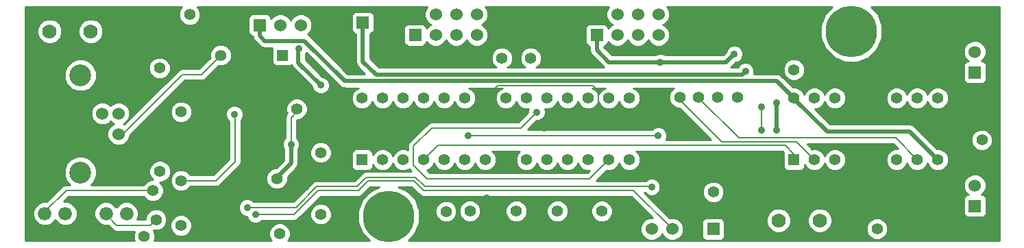
<source format=gbl>
G04 (created by PCBNEW-RS274X (2012-01-19 BZR 3256)-stable) date 11/11/2013 9:04:22 PM*
G01*
G70*
G90*
%MOIN*%
G04 Gerber Fmt 3.4, Leading zero omitted, Abs format*
%FSLAX34Y34*%
G04 APERTURE LIST*
%ADD10C,0.006000*%
%ADD11C,0.055000*%
%ADD12R,0.060000X0.060000*%
%ADD13C,0.060000*%
%ADD14C,0.066000*%
%ADD15C,0.056000*%
%ADD16R,0.055000X0.055000*%
%ADD17C,0.070000*%
%ADD18R,0.070000X0.070000*%
%ADD19C,0.106300*%
%ADD20C,0.250000*%
%ADD21C,0.035000*%
%ADD22C,0.008000*%
%ADD23C,0.020000*%
%ADD24C,0.010000*%
G04 APERTURE END LIST*
G54D10*
G54D11*
X70000Y-39710D03*
X70000Y-42710D03*
X50690Y-42400D03*
X50690Y-45400D03*
X69070Y-39710D03*
X69070Y-42710D03*
X68140Y-39710D03*
X68140Y-42710D03*
X70950Y-39710D03*
X70950Y-42710D03*
G54D12*
X47720Y-36200D03*
G54D13*
X48720Y-36200D03*
X49720Y-36200D03*
G54D12*
X82500Y-38500D03*
G54D13*
X82500Y-37500D03*
G54D12*
X82500Y-45000D03*
G54D13*
X82500Y-44000D03*
G54D12*
X52730Y-36080D03*
G54D13*
X53730Y-36080D03*
G54D14*
X40240Y-45360D03*
X41240Y-45360D03*
X37270Y-45370D03*
X38270Y-45370D03*
G54D15*
X62200Y-45250D03*
X60200Y-45250D03*
G54D11*
X53700Y-42750D03*
X54700Y-42750D03*
X55700Y-42750D03*
X56700Y-42750D03*
X57700Y-42750D03*
X58700Y-42750D03*
X59700Y-42750D03*
X60700Y-42750D03*
X61700Y-42750D03*
X62700Y-42750D03*
X63700Y-42750D03*
X64700Y-42750D03*
X65700Y-42750D03*
G54D16*
X52700Y-42750D03*
G54D11*
X65700Y-39750D03*
X64700Y-39750D03*
X63700Y-39750D03*
X62700Y-39750D03*
X61700Y-39750D03*
X60700Y-39750D03*
X59700Y-39750D03*
X58700Y-39750D03*
X57700Y-39750D03*
X56700Y-39750D03*
X55700Y-39750D03*
X54700Y-39750D03*
X53700Y-39750D03*
X52700Y-39750D03*
G54D16*
X73700Y-42750D03*
G54D11*
X74700Y-42750D03*
X75700Y-42750D03*
X76700Y-42750D03*
X77700Y-42750D03*
X78700Y-42750D03*
X79700Y-42750D03*
X80700Y-42750D03*
X80700Y-39750D03*
X79700Y-39750D03*
X78700Y-39750D03*
X77700Y-39750D03*
X76700Y-39750D03*
X75700Y-39750D03*
X74700Y-39750D03*
X73700Y-39750D03*
G54D16*
X48830Y-37660D03*
G54D11*
X45830Y-37660D03*
X49520Y-40280D03*
X49520Y-39280D03*
X43900Y-40420D03*
X42900Y-40420D03*
X43900Y-43760D03*
X43900Y-42760D03*
X59500Y-37800D03*
X58500Y-37800D03*
X56780Y-45260D03*
X56780Y-46260D03*
X60900Y-37800D03*
X61900Y-37800D03*
X57940Y-45250D03*
X57940Y-46250D03*
X64360Y-45250D03*
X64360Y-46250D03*
X42850Y-38290D03*
X42850Y-37290D03*
X44310Y-35690D03*
X44310Y-36690D03*
X73700Y-38370D03*
X73700Y-37370D03*
X48550Y-43660D03*
X49550Y-43660D03*
X49690Y-46340D03*
X48690Y-46340D03*
X43890Y-45950D03*
X43890Y-44950D03*
G54D17*
X37500Y-36500D03*
G54D18*
X38500Y-36500D03*
G54D17*
X39500Y-36500D03*
G54D11*
X42519Y-44250D03*
X42861Y-43310D03*
X42677Y-45660D03*
X42103Y-46480D03*
X82840Y-40790D03*
X82840Y-41790D03*
G54D12*
X55280Y-36680D03*
G54D13*
X55280Y-35680D03*
X56280Y-36680D03*
X56280Y-35680D03*
X57280Y-36680D03*
X57280Y-35680D03*
X58280Y-36680D03*
X58280Y-35680D03*
G54D12*
X64110Y-36680D03*
G54D13*
X64110Y-35680D03*
X65110Y-36680D03*
X65110Y-35680D03*
X66110Y-36680D03*
X66110Y-35680D03*
X67110Y-36680D03*
X67110Y-35680D03*
G54D12*
X69780Y-46120D03*
G54D13*
X68780Y-46120D03*
X67780Y-46120D03*
X66780Y-46120D03*
G54D17*
X74950Y-45700D03*
G54D18*
X73950Y-45700D03*
G54D17*
X72950Y-45700D03*
G54D11*
X77740Y-46110D03*
X78740Y-46110D03*
X69780Y-44320D03*
X68780Y-44320D03*
G54D13*
X40850Y-41500D03*
X40850Y-40500D03*
X40063Y-40500D03*
X40063Y-41500D03*
G54D19*
X39000Y-43362D03*
X39000Y-38638D03*
G54D20*
X54000Y-45500D03*
X76500Y-36500D03*
G54D21*
X49240Y-42000D03*
X70800Y-37600D03*
X67200Y-38000D03*
X46490Y-40530D03*
X50690Y-39120D03*
X49610Y-37340D03*
X71340Y-38440D03*
X72860Y-39960D03*
X72860Y-41310D03*
X61190Y-40430D03*
X72110Y-40180D03*
X72120Y-41310D03*
X57850Y-41580D03*
X67100Y-41570D03*
X44570Y-40790D03*
X61550Y-41225D03*
X44570Y-40090D03*
X58760Y-44610D03*
X64190Y-40510D03*
X44570Y-41990D03*
X49700Y-41110D03*
X47510Y-45420D03*
X47110Y-45070D03*
X66780Y-44070D03*
G54D22*
X49240Y-40700D02*
X49520Y-40420D01*
G54D23*
X49240Y-42910D02*
X49240Y-42000D01*
X64110Y-37410D02*
X64700Y-38000D01*
G54D22*
X45590Y-43760D02*
X43900Y-43760D01*
G54D23*
X70400Y-38000D02*
X70800Y-37600D01*
X64110Y-36680D02*
X64110Y-37410D01*
G54D22*
X49240Y-41090D02*
X49240Y-40700D01*
G54D23*
X49600Y-37350D02*
X49600Y-38030D01*
G54D22*
X49520Y-40420D02*
X49520Y-40280D01*
X46520Y-40560D02*
X46520Y-42830D01*
G54D23*
X64700Y-38000D02*
X67200Y-38000D01*
X48550Y-43600D02*
X49240Y-42910D01*
X67200Y-38000D02*
X70400Y-38000D01*
X48550Y-43660D02*
X48550Y-43600D01*
G54D22*
X46520Y-42830D02*
X45590Y-43760D01*
G54D23*
X49600Y-38030D02*
X50690Y-39120D01*
G54D22*
X46490Y-40530D02*
X46520Y-40560D01*
X49240Y-42000D02*
X49240Y-41090D01*
G54D23*
X49610Y-37340D02*
X49600Y-37350D01*
X47720Y-36720D02*
X47960Y-36960D01*
X73700Y-39760D02*
X75310Y-41370D01*
X49900Y-36960D02*
X47960Y-36960D01*
X72850Y-38910D02*
X51850Y-38910D01*
X51850Y-38910D02*
X49900Y-36960D01*
X73700Y-39750D02*
X73690Y-39750D01*
X73700Y-39750D02*
X73700Y-39760D01*
X79320Y-41370D02*
X80700Y-42750D01*
X75310Y-41370D02*
X79320Y-41370D01*
X73690Y-39750D02*
X72850Y-38910D01*
X47720Y-36200D02*
X47720Y-36720D01*
X71340Y-38440D02*
X71172Y-38608D01*
X72860Y-41310D02*
X72860Y-39960D01*
X52730Y-37960D02*
X52730Y-36080D01*
X71172Y-38608D02*
X53378Y-38608D01*
X53378Y-38608D02*
X52730Y-37960D01*
G54D22*
X68140Y-39830D02*
X70182Y-41872D01*
X70182Y-41872D02*
X73822Y-41872D01*
X68140Y-39710D02*
X68140Y-39830D01*
X73822Y-41872D02*
X74700Y-42750D01*
X78640Y-41690D02*
X79700Y-42750D01*
X69070Y-39710D02*
X69070Y-39730D01*
X71030Y-41690D02*
X78640Y-41690D01*
X69070Y-39730D02*
X71030Y-41690D01*
X63770Y-43680D02*
X64700Y-42750D01*
X55200Y-42080D02*
X55200Y-43010D01*
X60420Y-41200D02*
X56080Y-41200D01*
X55200Y-43010D02*
X55870Y-43680D01*
X61190Y-40430D02*
X60420Y-41200D01*
X56080Y-41200D02*
X55200Y-42080D01*
X55870Y-43680D02*
X63770Y-43680D01*
X72110Y-41300D02*
X72110Y-40180D01*
X72120Y-41310D02*
X72110Y-41300D01*
X73700Y-42750D02*
X73700Y-42464D01*
X56396Y-42054D02*
X55700Y-42750D01*
X73290Y-42054D02*
X56396Y-42054D01*
X73700Y-42464D02*
X73290Y-42054D01*
X67100Y-41570D02*
X67090Y-41580D01*
X67090Y-41580D02*
X57850Y-41580D01*
X64190Y-40510D02*
X64190Y-39435D01*
X62265Y-40510D02*
X64190Y-40510D01*
X64190Y-39435D02*
X63907Y-39152D01*
X61550Y-41225D02*
X62265Y-40510D01*
X59298Y-39152D02*
X58700Y-39750D01*
X63907Y-39152D02*
X59298Y-39152D01*
X37270Y-45370D02*
X37270Y-45290D01*
X37270Y-45290D02*
X38310Y-44250D01*
X38310Y-44250D02*
X42519Y-44250D01*
X42397Y-45940D02*
X42677Y-45660D01*
X40240Y-45360D02*
X40240Y-45420D01*
X40760Y-45940D02*
X42397Y-45940D01*
X40240Y-45420D02*
X40760Y-45940D01*
X40850Y-41500D02*
X41060Y-41500D01*
X41060Y-41500D02*
X43960Y-38600D01*
X43960Y-38600D02*
X44890Y-38600D01*
X44890Y-38600D02*
X45830Y-37660D01*
X52518Y-44240D02*
X52976Y-43782D01*
X47510Y-45420D02*
X49390Y-45420D01*
X56100Y-44240D02*
X65900Y-44240D01*
X52300Y-44240D02*
X52518Y-44240D01*
X55682Y-44240D02*
X56100Y-44240D01*
X55224Y-43782D02*
X55682Y-44240D01*
X65900Y-44240D02*
X67780Y-46120D01*
X49390Y-45420D02*
X50570Y-44240D01*
X52976Y-43782D02*
X55224Y-43782D01*
X50570Y-44240D02*
X52300Y-44240D01*
X52400Y-44058D02*
X52442Y-44058D01*
X55758Y-44058D02*
X56100Y-44058D01*
X55300Y-43600D02*
X55758Y-44058D01*
X52900Y-43600D02*
X55300Y-43600D01*
X52442Y-44058D02*
X52900Y-43600D01*
X47110Y-45070D02*
X47116Y-45076D01*
X47116Y-45076D02*
X49476Y-45076D01*
X49476Y-45076D02*
X50494Y-44058D01*
X50494Y-44058D02*
X52400Y-44058D01*
X56100Y-44058D02*
X66768Y-44058D01*
X66768Y-44058D02*
X66780Y-44070D01*
G54D10*
G36*
X63765Y-43275D02*
X63650Y-43390D01*
X55990Y-43390D01*
X55854Y-43254D01*
X55997Y-43195D01*
X56145Y-43048D01*
X56200Y-42914D01*
X56255Y-43047D01*
X56402Y-43195D01*
X56595Y-43275D01*
X56804Y-43275D01*
X56997Y-43195D01*
X57145Y-43048D01*
X57200Y-42914D01*
X57255Y-43047D01*
X57402Y-43195D01*
X57595Y-43275D01*
X57804Y-43275D01*
X57997Y-43195D01*
X58145Y-43048D01*
X58200Y-42914D01*
X58255Y-43047D01*
X58402Y-43195D01*
X58595Y-43275D01*
X58804Y-43275D01*
X58997Y-43195D01*
X59145Y-43048D01*
X59225Y-42855D01*
X59225Y-42646D01*
X59145Y-42453D01*
X59036Y-42344D01*
X60363Y-42344D01*
X60255Y-42452D01*
X60175Y-42645D01*
X60175Y-42854D01*
X60255Y-43047D01*
X60402Y-43195D01*
X60595Y-43275D01*
X60804Y-43275D01*
X60997Y-43195D01*
X61145Y-43048D01*
X61200Y-42914D01*
X61255Y-43047D01*
X61402Y-43195D01*
X61595Y-43275D01*
X61804Y-43275D01*
X61997Y-43195D01*
X62145Y-43048D01*
X62200Y-42914D01*
X62255Y-43047D01*
X62402Y-43195D01*
X62595Y-43275D01*
X62804Y-43275D01*
X62997Y-43195D01*
X63145Y-43048D01*
X63200Y-42914D01*
X63255Y-43047D01*
X63402Y-43195D01*
X63595Y-43275D01*
X63765Y-43275D01*
X63765Y-43275D01*
G37*
G54D24*
X63765Y-43275D02*
X63650Y-43390D01*
X55990Y-43390D01*
X55854Y-43254D01*
X55997Y-43195D01*
X56145Y-43048D01*
X56200Y-42914D01*
X56255Y-43047D01*
X56402Y-43195D01*
X56595Y-43275D01*
X56804Y-43275D01*
X56997Y-43195D01*
X57145Y-43048D01*
X57200Y-42914D01*
X57255Y-43047D01*
X57402Y-43195D01*
X57595Y-43275D01*
X57804Y-43275D01*
X57997Y-43195D01*
X58145Y-43048D01*
X58200Y-42914D01*
X58255Y-43047D01*
X58402Y-43195D01*
X58595Y-43275D01*
X58804Y-43275D01*
X58997Y-43195D01*
X59145Y-43048D01*
X59225Y-42855D01*
X59225Y-42646D01*
X59145Y-42453D01*
X59036Y-42344D01*
X60363Y-42344D01*
X60255Y-42452D01*
X60175Y-42645D01*
X60175Y-42854D01*
X60255Y-43047D01*
X60402Y-43195D01*
X60595Y-43275D01*
X60804Y-43275D01*
X60997Y-43195D01*
X61145Y-43048D01*
X61200Y-42914D01*
X61255Y-43047D01*
X61402Y-43195D01*
X61595Y-43275D01*
X61804Y-43275D01*
X61997Y-43195D01*
X62145Y-43048D01*
X62200Y-42914D01*
X62255Y-43047D01*
X62402Y-43195D01*
X62595Y-43275D01*
X62804Y-43275D01*
X62997Y-43195D01*
X63145Y-43048D01*
X63200Y-42914D01*
X63255Y-43047D01*
X63402Y-43195D01*
X63595Y-43275D01*
X63765Y-43275D01*
G54D10*
G36*
X64511Y-39260D02*
X64403Y-39305D01*
X64255Y-39452D01*
X64199Y-39585D01*
X64145Y-39453D01*
X63998Y-39305D01*
X63889Y-39260D01*
X64511Y-39260D01*
X64511Y-39260D01*
G37*
G54D24*
X64511Y-39260D02*
X64403Y-39305D01*
X64255Y-39452D01*
X64199Y-39585D01*
X64145Y-39453D01*
X63998Y-39305D01*
X63889Y-39260D01*
X64511Y-39260D01*
G54D10*
G36*
X64883Y-36180D02*
X64799Y-36215D01*
X64659Y-36355D01*
X64659Y-36331D01*
X64621Y-36239D01*
X64551Y-36169D01*
X64460Y-36131D01*
X64361Y-36131D01*
X63761Y-36131D01*
X63669Y-36169D01*
X63599Y-36239D01*
X63561Y-36330D01*
X63561Y-36429D01*
X63561Y-37029D01*
X63599Y-37121D01*
X63669Y-37191D01*
X63760Y-37229D01*
X63760Y-37410D01*
X63787Y-37544D01*
X63863Y-37657D01*
X64452Y-38247D01*
X64453Y-38247D01*
X64468Y-38258D01*
X61165Y-38258D01*
X61197Y-38245D01*
X61345Y-38098D01*
X61425Y-37905D01*
X61425Y-37696D01*
X61345Y-37503D01*
X61198Y-37355D01*
X61005Y-37275D01*
X60796Y-37275D01*
X60603Y-37355D01*
X60455Y-37502D01*
X60375Y-37695D01*
X60375Y-37904D01*
X60455Y-38097D01*
X60602Y-38245D01*
X60633Y-38258D01*
X59765Y-38258D01*
X59797Y-38245D01*
X59945Y-38098D01*
X60025Y-37905D01*
X60025Y-37696D01*
X59945Y-37503D01*
X59798Y-37355D01*
X59605Y-37275D01*
X59396Y-37275D01*
X59203Y-37355D01*
X59055Y-37502D01*
X58975Y-37695D01*
X58975Y-37904D01*
X59055Y-38097D01*
X59202Y-38245D01*
X59233Y-38258D01*
X53522Y-38258D01*
X53080Y-37815D01*
X53080Y-36628D01*
X53171Y-36591D01*
X53241Y-36521D01*
X53279Y-36430D01*
X53279Y-36331D01*
X53279Y-35731D01*
X53241Y-35639D01*
X53171Y-35569D01*
X53080Y-35531D01*
X52981Y-35531D01*
X52381Y-35531D01*
X52289Y-35569D01*
X52219Y-35639D01*
X52181Y-35730D01*
X52181Y-35829D01*
X52181Y-36429D01*
X52219Y-36521D01*
X52289Y-36591D01*
X52380Y-36629D01*
X52380Y-37960D01*
X52407Y-38094D01*
X52483Y-38207D01*
X52835Y-38560D01*
X51994Y-38560D01*
X50147Y-36713D01*
X50048Y-36647D01*
X50185Y-36511D01*
X50269Y-36309D01*
X50269Y-36091D01*
X50185Y-35889D01*
X50031Y-35735D01*
X49829Y-35651D01*
X49611Y-35651D01*
X49409Y-35735D01*
X49255Y-35889D01*
X49220Y-35973D01*
X49185Y-35889D01*
X49031Y-35735D01*
X48829Y-35651D01*
X48611Y-35651D01*
X48409Y-35735D01*
X48269Y-35875D01*
X48269Y-35851D01*
X48231Y-35759D01*
X48161Y-35689D01*
X48070Y-35651D01*
X47971Y-35651D01*
X47371Y-35651D01*
X47279Y-35689D01*
X47209Y-35759D01*
X47171Y-35850D01*
X47171Y-35949D01*
X47171Y-36549D01*
X47209Y-36641D01*
X47279Y-36711D01*
X47370Y-36749D01*
X47375Y-36749D01*
X47376Y-36749D01*
X47397Y-36854D01*
X47473Y-36967D01*
X47712Y-37207D01*
X47713Y-37207D01*
X47826Y-37283D01*
X47960Y-37310D01*
X48316Y-37310D01*
X48306Y-37335D01*
X48306Y-37434D01*
X48306Y-37984D01*
X48344Y-38076D01*
X48414Y-38146D01*
X48505Y-38184D01*
X48604Y-38184D01*
X49154Y-38184D01*
X49246Y-38146D01*
X49268Y-38123D01*
X49277Y-38164D01*
X49353Y-38277D01*
X50265Y-39189D01*
X50265Y-39204D01*
X50329Y-39360D01*
X50449Y-39480D01*
X50605Y-39545D01*
X50774Y-39545D01*
X50930Y-39481D01*
X51050Y-39361D01*
X51115Y-39205D01*
X51115Y-39036D01*
X51051Y-38880D01*
X50931Y-38760D01*
X50775Y-38695D01*
X50759Y-38695D01*
X49950Y-37885D01*
X49950Y-37601D01*
X49970Y-37581D01*
X49986Y-37540D01*
X51602Y-39157D01*
X51603Y-39157D01*
X51716Y-39233D01*
X51849Y-39259D01*
X51850Y-39260D01*
X52511Y-39260D01*
X52403Y-39305D01*
X52255Y-39452D01*
X52175Y-39645D01*
X52175Y-39854D01*
X52255Y-40047D01*
X52402Y-40195D01*
X52595Y-40275D01*
X52804Y-40275D01*
X52997Y-40195D01*
X53145Y-40048D01*
X53200Y-39914D01*
X53255Y-40047D01*
X53402Y-40195D01*
X53595Y-40275D01*
X53804Y-40275D01*
X53997Y-40195D01*
X54145Y-40048D01*
X54200Y-39914D01*
X54255Y-40047D01*
X54402Y-40195D01*
X54595Y-40275D01*
X54804Y-40275D01*
X54997Y-40195D01*
X55145Y-40048D01*
X55200Y-39914D01*
X55255Y-40047D01*
X55402Y-40195D01*
X55595Y-40275D01*
X55804Y-40275D01*
X55997Y-40195D01*
X56145Y-40048D01*
X56200Y-39914D01*
X56255Y-40047D01*
X56402Y-40195D01*
X56595Y-40275D01*
X56804Y-40275D01*
X56997Y-40195D01*
X57145Y-40048D01*
X57200Y-39914D01*
X57255Y-40047D01*
X57402Y-40195D01*
X57595Y-40275D01*
X57804Y-40275D01*
X57997Y-40195D01*
X58145Y-40048D01*
X58225Y-39855D01*
X58225Y-39646D01*
X58145Y-39453D01*
X57998Y-39305D01*
X57889Y-39260D01*
X59511Y-39260D01*
X59403Y-39305D01*
X59255Y-39452D01*
X59175Y-39645D01*
X59175Y-39854D01*
X59255Y-40047D01*
X59402Y-40195D01*
X59595Y-40275D01*
X59804Y-40275D01*
X59997Y-40195D01*
X60145Y-40048D01*
X60200Y-39914D01*
X60255Y-40047D01*
X60402Y-40195D01*
X60595Y-40275D01*
X60794Y-40275D01*
X60765Y-40345D01*
X60765Y-40445D01*
X60300Y-40910D01*
X56080Y-40910D01*
X55969Y-40932D01*
X55875Y-40995D01*
X54995Y-41875D01*
X54932Y-41969D01*
X54910Y-42080D01*
X54910Y-42268D01*
X54805Y-42225D01*
X54596Y-42225D01*
X54403Y-42305D01*
X54255Y-42452D01*
X54199Y-42585D01*
X54145Y-42453D01*
X53998Y-42305D01*
X53805Y-42225D01*
X53596Y-42225D01*
X53403Y-42305D01*
X53255Y-42452D01*
X53224Y-42526D01*
X53224Y-42426D01*
X53186Y-42334D01*
X53116Y-42264D01*
X53025Y-42226D01*
X52926Y-42226D01*
X52376Y-42226D01*
X52284Y-42264D01*
X52214Y-42334D01*
X52176Y-42425D01*
X52176Y-42524D01*
X52176Y-43074D01*
X52214Y-43166D01*
X52284Y-43236D01*
X52375Y-43274D01*
X52474Y-43274D01*
X53024Y-43274D01*
X53116Y-43236D01*
X53186Y-43166D01*
X53224Y-43075D01*
X53224Y-42976D01*
X53224Y-42972D01*
X53255Y-43047D01*
X53402Y-43195D01*
X53595Y-43275D01*
X53804Y-43275D01*
X53997Y-43195D01*
X54145Y-43048D01*
X54200Y-42914D01*
X54255Y-43047D01*
X54402Y-43195D01*
X54595Y-43275D01*
X54804Y-43275D01*
X54984Y-43199D01*
X54995Y-43215D01*
X55090Y-43310D01*
X52900Y-43310D01*
X52789Y-43332D01*
X52757Y-43353D01*
X52694Y-43395D01*
X52321Y-43768D01*
X51215Y-43768D01*
X51215Y-42505D01*
X51215Y-42296D01*
X51135Y-42103D01*
X50988Y-41955D01*
X50795Y-41875D01*
X50586Y-41875D01*
X50393Y-41955D01*
X50245Y-42102D01*
X50165Y-42295D01*
X50165Y-42504D01*
X50245Y-42697D01*
X50392Y-42845D01*
X50585Y-42925D01*
X50794Y-42925D01*
X50987Y-42845D01*
X51135Y-42698D01*
X51215Y-42505D01*
X51215Y-43768D01*
X50494Y-43768D01*
X50383Y-43790D01*
X50288Y-43853D01*
X50045Y-44096D01*
X50045Y-40385D01*
X50045Y-40176D01*
X49965Y-39983D01*
X49818Y-39835D01*
X49625Y-39755D01*
X49416Y-39755D01*
X49223Y-39835D01*
X49075Y-39982D01*
X48995Y-40175D01*
X48995Y-40384D01*
X49039Y-40490D01*
X49039Y-40491D01*
X49035Y-40495D01*
X48972Y-40589D01*
X48950Y-40700D01*
X48950Y-41090D01*
X48950Y-41689D01*
X48880Y-41759D01*
X48815Y-41915D01*
X48815Y-42084D01*
X48879Y-42240D01*
X48890Y-42251D01*
X48890Y-42765D01*
X48520Y-43135D01*
X48446Y-43135D01*
X48253Y-43215D01*
X48105Y-43362D01*
X48025Y-43555D01*
X48025Y-43764D01*
X48105Y-43957D01*
X48252Y-44105D01*
X48445Y-44185D01*
X48654Y-44185D01*
X48847Y-44105D01*
X48995Y-43958D01*
X49075Y-43765D01*
X49075Y-43569D01*
X49487Y-43158D01*
X49487Y-43157D01*
X49563Y-43044D01*
X49589Y-42911D01*
X49590Y-42910D01*
X49590Y-42251D01*
X49600Y-42241D01*
X49665Y-42085D01*
X49665Y-41916D01*
X49601Y-41760D01*
X49530Y-41689D01*
X49530Y-41090D01*
X49530Y-40820D01*
X49545Y-40805D01*
X49624Y-40805D01*
X49817Y-40725D01*
X49965Y-40578D01*
X50045Y-40385D01*
X50045Y-44096D01*
X49355Y-44786D01*
X47427Y-44786D01*
X47351Y-44710D01*
X47195Y-44645D01*
X47026Y-44645D01*
X46915Y-44690D01*
X46915Y-40615D01*
X46915Y-40446D01*
X46851Y-40290D01*
X46731Y-40170D01*
X46575Y-40105D01*
X46406Y-40105D01*
X46355Y-40125D01*
X46355Y-37765D01*
X46355Y-37556D01*
X46275Y-37363D01*
X46128Y-37215D01*
X45935Y-37135D01*
X45726Y-37135D01*
X45533Y-37215D01*
X45385Y-37362D01*
X45305Y-37555D01*
X45305Y-37764D01*
X45308Y-37771D01*
X44770Y-38310D01*
X43960Y-38310D01*
X43849Y-38332D01*
X43755Y-38395D01*
X43375Y-38774D01*
X43375Y-38395D01*
X43375Y-38186D01*
X43295Y-37993D01*
X43148Y-37845D01*
X42955Y-37765D01*
X42746Y-37765D01*
X42553Y-37845D01*
X42405Y-37992D01*
X42325Y-38185D01*
X42325Y-38394D01*
X42405Y-38587D01*
X42552Y-38735D01*
X42745Y-38815D01*
X42954Y-38815D01*
X43147Y-38735D01*
X43295Y-38588D01*
X43375Y-38395D01*
X43375Y-38774D01*
X41128Y-41021D01*
X41076Y-41000D01*
X41161Y-40965D01*
X41315Y-40811D01*
X41399Y-40609D01*
X41399Y-40391D01*
X41315Y-40189D01*
X41161Y-40035D01*
X40959Y-39951D01*
X40741Y-39951D01*
X40539Y-40035D01*
X40456Y-40117D01*
X40374Y-40035D01*
X40172Y-39951D01*
X40099Y-39951D01*
X40099Y-36619D01*
X40099Y-36381D01*
X40008Y-36161D01*
X39839Y-35992D01*
X39619Y-35901D01*
X39381Y-35901D01*
X39161Y-35992D01*
X38992Y-36161D01*
X38901Y-36381D01*
X38901Y-36619D01*
X38992Y-36839D01*
X39161Y-37008D01*
X39381Y-37099D01*
X39619Y-37099D01*
X39839Y-37008D01*
X40008Y-36839D01*
X40099Y-36619D01*
X40099Y-39951D01*
X39954Y-39951D01*
X39781Y-40022D01*
X39781Y-38794D01*
X39781Y-38483D01*
X39662Y-38196D01*
X39443Y-37976D01*
X39156Y-37857D01*
X38845Y-37857D01*
X38558Y-37976D01*
X38338Y-38195D01*
X38219Y-38482D01*
X38219Y-38793D01*
X38338Y-39080D01*
X38557Y-39300D01*
X38844Y-39419D01*
X39155Y-39419D01*
X39442Y-39300D01*
X39662Y-39081D01*
X39781Y-38794D01*
X39781Y-40022D01*
X39752Y-40035D01*
X39598Y-40189D01*
X39514Y-40391D01*
X39514Y-40609D01*
X39598Y-40811D01*
X39752Y-40965D01*
X39954Y-41049D01*
X40172Y-41049D01*
X40374Y-40965D01*
X40456Y-40882D01*
X40539Y-40965D01*
X40623Y-41000D01*
X40539Y-41035D01*
X40385Y-41189D01*
X40301Y-41391D01*
X40301Y-41609D01*
X40385Y-41811D01*
X40539Y-41965D01*
X40741Y-42049D01*
X40959Y-42049D01*
X41161Y-41965D01*
X41315Y-41811D01*
X41399Y-41609D01*
X41399Y-41571D01*
X44080Y-38890D01*
X44890Y-38890D01*
X45001Y-38868D01*
X45095Y-38805D01*
X45717Y-38182D01*
X45725Y-38185D01*
X45934Y-38185D01*
X46127Y-38105D01*
X46275Y-37958D01*
X46355Y-37765D01*
X46355Y-40125D01*
X46250Y-40169D01*
X46130Y-40289D01*
X46065Y-40445D01*
X46065Y-40614D01*
X46129Y-40770D01*
X46230Y-40871D01*
X46230Y-42710D01*
X45470Y-43470D01*
X44425Y-43470D01*
X44425Y-40525D01*
X44425Y-40316D01*
X44345Y-40123D01*
X44198Y-39975D01*
X44005Y-39895D01*
X43796Y-39895D01*
X43603Y-39975D01*
X43455Y-40122D01*
X43375Y-40315D01*
X43375Y-40524D01*
X43455Y-40717D01*
X43602Y-40865D01*
X43795Y-40945D01*
X44004Y-40945D01*
X44197Y-40865D01*
X44345Y-40718D01*
X44425Y-40525D01*
X44425Y-43470D01*
X44347Y-43470D01*
X44345Y-43463D01*
X44198Y-43315D01*
X44005Y-43235D01*
X43796Y-43235D01*
X43603Y-43315D01*
X43455Y-43462D01*
X43386Y-43628D01*
X43386Y-43415D01*
X43386Y-43206D01*
X43306Y-43013D01*
X43159Y-42865D01*
X42966Y-42785D01*
X42757Y-42785D01*
X42564Y-42865D01*
X42416Y-43012D01*
X42336Y-43205D01*
X42336Y-43414D01*
X42416Y-43607D01*
X42533Y-43725D01*
X42415Y-43725D01*
X42222Y-43805D01*
X42074Y-43952D01*
X42070Y-43960D01*
X39506Y-43960D01*
X39662Y-43805D01*
X39781Y-43518D01*
X39781Y-43207D01*
X39662Y-42920D01*
X39443Y-42700D01*
X39156Y-42581D01*
X38845Y-42581D01*
X38558Y-42700D01*
X38338Y-42919D01*
X38219Y-43206D01*
X38219Y-43517D01*
X38338Y-43804D01*
X38493Y-43960D01*
X38310Y-43960D01*
X38199Y-43982D01*
X38167Y-44003D01*
X38104Y-44045D01*
X38099Y-44050D01*
X38099Y-36619D01*
X38099Y-36381D01*
X38008Y-36161D01*
X37839Y-35992D01*
X37619Y-35901D01*
X37381Y-35901D01*
X37161Y-35992D01*
X36992Y-36161D01*
X36901Y-36381D01*
X36901Y-36619D01*
X36992Y-36839D01*
X37161Y-37008D01*
X37381Y-37099D01*
X37619Y-37099D01*
X37839Y-37008D01*
X38008Y-36839D01*
X38099Y-36619D01*
X38099Y-44050D01*
X37359Y-44790D01*
X37155Y-44790D01*
X36942Y-44878D01*
X36779Y-45041D01*
X36690Y-45254D01*
X36690Y-45485D01*
X36778Y-45698D01*
X36941Y-45861D01*
X37154Y-45950D01*
X37385Y-45950D01*
X37598Y-45862D01*
X37761Y-45699D01*
X37769Y-45678D01*
X37778Y-45698D01*
X37941Y-45861D01*
X38154Y-45950D01*
X38385Y-45950D01*
X38598Y-45862D01*
X38761Y-45699D01*
X38850Y-45486D01*
X38850Y-45255D01*
X38762Y-45042D01*
X38599Y-44879D01*
X38386Y-44790D01*
X38180Y-44790D01*
X38430Y-44540D01*
X42071Y-44540D01*
X42074Y-44547D01*
X42221Y-44695D01*
X42414Y-44775D01*
X42623Y-44775D01*
X42816Y-44695D01*
X42964Y-44548D01*
X43044Y-44355D01*
X43044Y-44146D01*
X42964Y-43953D01*
X42846Y-43835D01*
X42965Y-43835D01*
X43158Y-43755D01*
X43306Y-43608D01*
X43386Y-43415D01*
X43386Y-43628D01*
X43375Y-43655D01*
X43375Y-43864D01*
X43455Y-44057D01*
X43602Y-44205D01*
X43795Y-44285D01*
X44004Y-44285D01*
X44197Y-44205D01*
X44345Y-44058D01*
X44348Y-44050D01*
X45590Y-44050D01*
X45701Y-44028D01*
X45795Y-43965D01*
X46725Y-43035D01*
X46788Y-42941D01*
X46810Y-42830D01*
X46810Y-40811D01*
X46850Y-40771D01*
X46915Y-40615D01*
X46915Y-44690D01*
X46870Y-44709D01*
X46750Y-44829D01*
X46685Y-44985D01*
X46685Y-45154D01*
X46749Y-45310D01*
X46869Y-45430D01*
X47025Y-45495D01*
X47085Y-45495D01*
X47085Y-45504D01*
X47149Y-45660D01*
X47269Y-45780D01*
X47425Y-45845D01*
X47594Y-45845D01*
X47750Y-45781D01*
X47821Y-45710D01*
X49390Y-45710D01*
X49501Y-45688D01*
X49595Y-45625D01*
X50690Y-44530D01*
X52300Y-44530D01*
X52518Y-44530D01*
X52629Y-44508D01*
X52723Y-44445D01*
X53096Y-44072D01*
X53529Y-44072D01*
X53152Y-44228D01*
X52729Y-44649D01*
X52501Y-45200D01*
X52500Y-45797D01*
X52728Y-46348D01*
X53053Y-46675D01*
X51215Y-46675D01*
X51215Y-45505D01*
X51215Y-45296D01*
X51135Y-45103D01*
X50988Y-44955D01*
X50795Y-44875D01*
X50586Y-44875D01*
X50393Y-44955D01*
X50245Y-45102D01*
X50165Y-45295D01*
X50165Y-45504D01*
X50245Y-45697D01*
X50392Y-45845D01*
X50585Y-45925D01*
X50794Y-45925D01*
X50987Y-45845D01*
X51135Y-45698D01*
X51215Y-45505D01*
X51215Y-46675D01*
X49097Y-46675D01*
X49135Y-46638D01*
X49215Y-46445D01*
X49215Y-46236D01*
X49135Y-46043D01*
X48988Y-45895D01*
X48795Y-45815D01*
X48586Y-45815D01*
X48393Y-45895D01*
X48245Y-46042D01*
X48165Y-46235D01*
X48165Y-46444D01*
X48245Y-46637D01*
X48282Y-46675D01*
X44415Y-46675D01*
X44415Y-46055D01*
X44415Y-45846D01*
X44335Y-45653D01*
X44188Y-45505D01*
X43995Y-45425D01*
X43786Y-45425D01*
X43593Y-45505D01*
X43445Y-45652D01*
X43365Y-45845D01*
X43365Y-46054D01*
X43445Y-46247D01*
X43592Y-46395D01*
X43785Y-46475D01*
X43994Y-46475D01*
X44187Y-46395D01*
X44335Y-46248D01*
X44415Y-46055D01*
X44415Y-46675D01*
X42590Y-46675D01*
X42628Y-46585D01*
X42628Y-46376D01*
X42548Y-46183D01*
X42546Y-46181D01*
X42553Y-46177D01*
X42572Y-46185D01*
X42781Y-46185D01*
X42974Y-46105D01*
X43122Y-45958D01*
X43202Y-45765D01*
X43202Y-45556D01*
X43122Y-45363D01*
X42975Y-45215D01*
X42782Y-45135D01*
X42573Y-45135D01*
X42380Y-45215D01*
X42232Y-45362D01*
X42152Y-45555D01*
X42152Y-45650D01*
X41747Y-45650D01*
X41820Y-45476D01*
X41820Y-45245D01*
X41732Y-45032D01*
X41569Y-44869D01*
X41356Y-44780D01*
X41125Y-44780D01*
X40912Y-44868D01*
X40749Y-45031D01*
X40740Y-45051D01*
X40732Y-45032D01*
X40569Y-44869D01*
X40356Y-44780D01*
X40125Y-44780D01*
X39912Y-44868D01*
X39749Y-45031D01*
X39660Y-45244D01*
X39660Y-45475D01*
X39748Y-45688D01*
X39911Y-45851D01*
X40124Y-45940D01*
X40350Y-45940D01*
X40555Y-46145D01*
X40649Y-46208D01*
X40760Y-46230D01*
X41638Y-46230D01*
X41578Y-46375D01*
X41578Y-46584D01*
X41615Y-46675D01*
X36325Y-46675D01*
X36325Y-36000D01*
X36325Y-35325D01*
X43932Y-35325D01*
X43865Y-35392D01*
X43785Y-35585D01*
X43785Y-35794D01*
X43865Y-35987D01*
X44012Y-36135D01*
X44205Y-36215D01*
X44414Y-36215D01*
X44607Y-36135D01*
X44755Y-35988D01*
X44835Y-35795D01*
X44835Y-35586D01*
X44755Y-35393D01*
X44687Y-35325D01*
X55859Y-35325D01*
X55815Y-35369D01*
X55731Y-35571D01*
X55731Y-35789D01*
X55815Y-35991D01*
X55969Y-36145D01*
X56053Y-36180D01*
X55969Y-36215D01*
X55829Y-36355D01*
X55829Y-36331D01*
X55791Y-36239D01*
X55721Y-36169D01*
X55630Y-36131D01*
X55531Y-36131D01*
X54931Y-36131D01*
X54839Y-36169D01*
X54769Y-36239D01*
X54731Y-36330D01*
X54731Y-36429D01*
X54731Y-37029D01*
X54769Y-37121D01*
X54839Y-37191D01*
X54930Y-37229D01*
X55029Y-37229D01*
X55629Y-37229D01*
X55721Y-37191D01*
X55791Y-37121D01*
X55829Y-37030D01*
X55829Y-37005D01*
X55969Y-37145D01*
X56171Y-37229D01*
X56389Y-37229D01*
X56591Y-37145D01*
X56745Y-36991D01*
X56780Y-36906D01*
X56815Y-36991D01*
X56969Y-37145D01*
X57171Y-37229D01*
X57389Y-37229D01*
X57591Y-37145D01*
X57745Y-36991D01*
X57780Y-36906D01*
X57815Y-36991D01*
X57969Y-37145D01*
X58171Y-37229D01*
X58389Y-37229D01*
X58591Y-37145D01*
X58745Y-36991D01*
X58829Y-36789D01*
X58829Y-36571D01*
X58745Y-36369D01*
X58591Y-36215D01*
X58506Y-36180D01*
X58591Y-36145D01*
X58745Y-35991D01*
X58829Y-35789D01*
X58829Y-35571D01*
X58745Y-35369D01*
X58701Y-35325D01*
X64689Y-35325D01*
X64645Y-35369D01*
X64561Y-35571D01*
X64561Y-35789D01*
X64645Y-35991D01*
X64799Y-36145D01*
X64883Y-36180D01*
X64883Y-36180D01*
G37*
G54D24*
X64883Y-36180D02*
X64799Y-36215D01*
X64659Y-36355D01*
X64659Y-36331D01*
X64621Y-36239D01*
X64551Y-36169D01*
X64460Y-36131D01*
X64361Y-36131D01*
X63761Y-36131D01*
X63669Y-36169D01*
X63599Y-36239D01*
X63561Y-36330D01*
X63561Y-36429D01*
X63561Y-37029D01*
X63599Y-37121D01*
X63669Y-37191D01*
X63760Y-37229D01*
X63760Y-37410D01*
X63787Y-37544D01*
X63863Y-37657D01*
X64452Y-38247D01*
X64453Y-38247D01*
X64468Y-38258D01*
X61165Y-38258D01*
X61197Y-38245D01*
X61345Y-38098D01*
X61425Y-37905D01*
X61425Y-37696D01*
X61345Y-37503D01*
X61198Y-37355D01*
X61005Y-37275D01*
X60796Y-37275D01*
X60603Y-37355D01*
X60455Y-37502D01*
X60375Y-37695D01*
X60375Y-37904D01*
X60455Y-38097D01*
X60602Y-38245D01*
X60633Y-38258D01*
X59765Y-38258D01*
X59797Y-38245D01*
X59945Y-38098D01*
X60025Y-37905D01*
X60025Y-37696D01*
X59945Y-37503D01*
X59798Y-37355D01*
X59605Y-37275D01*
X59396Y-37275D01*
X59203Y-37355D01*
X59055Y-37502D01*
X58975Y-37695D01*
X58975Y-37904D01*
X59055Y-38097D01*
X59202Y-38245D01*
X59233Y-38258D01*
X53522Y-38258D01*
X53080Y-37815D01*
X53080Y-36628D01*
X53171Y-36591D01*
X53241Y-36521D01*
X53279Y-36430D01*
X53279Y-36331D01*
X53279Y-35731D01*
X53241Y-35639D01*
X53171Y-35569D01*
X53080Y-35531D01*
X52981Y-35531D01*
X52381Y-35531D01*
X52289Y-35569D01*
X52219Y-35639D01*
X52181Y-35730D01*
X52181Y-35829D01*
X52181Y-36429D01*
X52219Y-36521D01*
X52289Y-36591D01*
X52380Y-36629D01*
X52380Y-37960D01*
X52407Y-38094D01*
X52483Y-38207D01*
X52835Y-38560D01*
X51994Y-38560D01*
X50147Y-36713D01*
X50048Y-36647D01*
X50185Y-36511D01*
X50269Y-36309D01*
X50269Y-36091D01*
X50185Y-35889D01*
X50031Y-35735D01*
X49829Y-35651D01*
X49611Y-35651D01*
X49409Y-35735D01*
X49255Y-35889D01*
X49220Y-35973D01*
X49185Y-35889D01*
X49031Y-35735D01*
X48829Y-35651D01*
X48611Y-35651D01*
X48409Y-35735D01*
X48269Y-35875D01*
X48269Y-35851D01*
X48231Y-35759D01*
X48161Y-35689D01*
X48070Y-35651D01*
X47971Y-35651D01*
X47371Y-35651D01*
X47279Y-35689D01*
X47209Y-35759D01*
X47171Y-35850D01*
X47171Y-35949D01*
X47171Y-36549D01*
X47209Y-36641D01*
X47279Y-36711D01*
X47370Y-36749D01*
X47375Y-36749D01*
X47376Y-36749D01*
X47397Y-36854D01*
X47473Y-36967D01*
X47712Y-37207D01*
X47713Y-37207D01*
X47826Y-37283D01*
X47960Y-37310D01*
X48316Y-37310D01*
X48306Y-37335D01*
X48306Y-37434D01*
X48306Y-37984D01*
X48344Y-38076D01*
X48414Y-38146D01*
X48505Y-38184D01*
X48604Y-38184D01*
X49154Y-38184D01*
X49246Y-38146D01*
X49268Y-38123D01*
X49277Y-38164D01*
X49353Y-38277D01*
X50265Y-39189D01*
X50265Y-39204D01*
X50329Y-39360D01*
X50449Y-39480D01*
X50605Y-39545D01*
X50774Y-39545D01*
X50930Y-39481D01*
X51050Y-39361D01*
X51115Y-39205D01*
X51115Y-39036D01*
X51051Y-38880D01*
X50931Y-38760D01*
X50775Y-38695D01*
X50759Y-38695D01*
X49950Y-37885D01*
X49950Y-37601D01*
X49970Y-37581D01*
X49986Y-37540D01*
X51602Y-39157D01*
X51603Y-39157D01*
X51716Y-39233D01*
X51849Y-39259D01*
X51850Y-39260D01*
X52511Y-39260D01*
X52403Y-39305D01*
X52255Y-39452D01*
X52175Y-39645D01*
X52175Y-39854D01*
X52255Y-40047D01*
X52402Y-40195D01*
X52595Y-40275D01*
X52804Y-40275D01*
X52997Y-40195D01*
X53145Y-40048D01*
X53200Y-39914D01*
X53255Y-40047D01*
X53402Y-40195D01*
X53595Y-40275D01*
X53804Y-40275D01*
X53997Y-40195D01*
X54145Y-40048D01*
X54200Y-39914D01*
X54255Y-40047D01*
X54402Y-40195D01*
X54595Y-40275D01*
X54804Y-40275D01*
X54997Y-40195D01*
X55145Y-40048D01*
X55200Y-39914D01*
X55255Y-40047D01*
X55402Y-40195D01*
X55595Y-40275D01*
X55804Y-40275D01*
X55997Y-40195D01*
X56145Y-40048D01*
X56200Y-39914D01*
X56255Y-40047D01*
X56402Y-40195D01*
X56595Y-40275D01*
X56804Y-40275D01*
X56997Y-40195D01*
X57145Y-40048D01*
X57200Y-39914D01*
X57255Y-40047D01*
X57402Y-40195D01*
X57595Y-40275D01*
X57804Y-40275D01*
X57997Y-40195D01*
X58145Y-40048D01*
X58225Y-39855D01*
X58225Y-39646D01*
X58145Y-39453D01*
X57998Y-39305D01*
X57889Y-39260D01*
X59511Y-39260D01*
X59403Y-39305D01*
X59255Y-39452D01*
X59175Y-39645D01*
X59175Y-39854D01*
X59255Y-40047D01*
X59402Y-40195D01*
X59595Y-40275D01*
X59804Y-40275D01*
X59997Y-40195D01*
X60145Y-40048D01*
X60200Y-39914D01*
X60255Y-40047D01*
X60402Y-40195D01*
X60595Y-40275D01*
X60794Y-40275D01*
X60765Y-40345D01*
X60765Y-40445D01*
X60300Y-40910D01*
X56080Y-40910D01*
X55969Y-40932D01*
X55875Y-40995D01*
X54995Y-41875D01*
X54932Y-41969D01*
X54910Y-42080D01*
X54910Y-42268D01*
X54805Y-42225D01*
X54596Y-42225D01*
X54403Y-42305D01*
X54255Y-42452D01*
X54199Y-42585D01*
X54145Y-42453D01*
X53998Y-42305D01*
X53805Y-42225D01*
X53596Y-42225D01*
X53403Y-42305D01*
X53255Y-42452D01*
X53224Y-42526D01*
X53224Y-42426D01*
X53186Y-42334D01*
X53116Y-42264D01*
X53025Y-42226D01*
X52926Y-42226D01*
X52376Y-42226D01*
X52284Y-42264D01*
X52214Y-42334D01*
X52176Y-42425D01*
X52176Y-42524D01*
X52176Y-43074D01*
X52214Y-43166D01*
X52284Y-43236D01*
X52375Y-43274D01*
X52474Y-43274D01*
X53024Y-43274D01*
X53116Y-43236D01*
X53186Y-43166D01*
X53224Y-43075D01*
X53224Y-42976D01*
X53224Y-42972D01*
X53255Y-43047D01*
X53402Y-43195D01*
X53595Y-43275D01*
X53804Y-43275D01*
X53997Y-43195D01*
X54145Y-43048D01*
X54200Y-42914D01*
X54255Y-43047D01*
X54402Y-43195D01*
X54595Y-43275D01*
X54804Y-43275D01*
X54984Y-43199D01*
X54995Y-43215D01*
X55090Y-43310D01*
X52900Y-43310D01*
X52789Y-43332D01*
X52757Y-43353D01*
X52694Y-43395D01*
X52321Y-43768D01*
X51215Y-43768D01*
X51215Y-42505D01*
X51215Y-42296D01*
X51135Y-42103D01*
X50988Y-41955D01*
X50795Y-41875D01*
X50586Y-41875D01*
X50393Y-41955D01*
X50245Y-42102D01*
X50165Y-42295D01*
X50165Y-42504D01*
X50245Y-42697D01*
X50392Y-42845D01*
X50585Y-42925D01*
X50794Y-42925D01*
X50987Y-42845D01*
X51135Y-42698D01*
X51215Y-42505D01*
X51215Y-43768D01*
X50494Y-43768D01*
X50383Y-43790D01*
X50288Y-43853D01*
X50045Y-44096D01*
X50045Y-40385D01*
X50045Y-40176D01*
X49965Y-39983D01*
X49818Y-39835D01*
X49625Y-39755D01*
X49416Y-39755D01*
X49223Y-39835D01*
X49075Y-39982D01*
X48995Y-40175D01*
X48995Y-40384D01*
X49039Y-40490D01*
X49039Y-40491D01*
X49035Y-40495D01*
X48972Y-40589D01*
X48950Y-40700D01*
X48950Y-41090D01*
X48950Y-41689D01*
X48880Y-41759D01*
X48815Y-41915D01*
X48815Y-42084D01*
X48879Y-42240D01*
X48890Y-42251D01*
X48890Y-42765D01*
X48520Y-43135D01*
X48446Y-43135D01*
X48253Y-43215D01*
X48105Y-43362D01*
X48025Y-43555D01*
X48025Y-43764D01*
X48105Y-43957D01*
X48252Y-44105D01*
X48445Y-44185D01*
X48654Y-44185D01*
X48847Y-44105D01*
X48995Y-43958D01*
X49075Y-43765D01*
X49075Y-43569D01*
X49487Y-43158D01*
X49487Y-43157D01*
X49563Y-43044D01*
X49589Y-42911D01*
X49590Y-42910D01*
X49590Y-42251D01*
X49600Y-42241D01*
X49665Y-42085D01*
X49665Y-41916D01*
X49601Y-41760D01*
X49530Y-41689D01*
X49530Y-41090D01*
X49530Y-40820D01*
X49545Y-40805D01*
X49624Y-40805D01*
X49817Y-40725D01*
X49965Y-40578D01*
X50045Y-40385D01*
X50045Y-44096D01*
X49355Y-44786D01*
X47427Y-44786D01*
X47351Y-44710D01*
X47195Y-44645D01*
X47026Y-44645D01*
X46915Y-44690D01*
X46915Y-40615D01*
X46915Y-40446D01*
X46851Y-40290D01*
X46731Y-40170D01*
X46575Y-40105D01*
X46406Y-40105D01*
X46355Y-40125D01*
X46355Y-37765D01*
X46355Y-37556D01*
X46275Y-37363D01*
X46128Y-37215D01*
X45935Y-37135D01*
X45726Y-37135D01*
X45533Y-37215D01*
X45385Y-37362D01*
X45305Y-37555D01*
X45305Y-37764D01*
X45308Y-37771D01*
X44770Y-38310D01*
X43960Y-38310D01*
X43849Y-38332D01*
X43755Y-38395D01*
X43375Y-38774D01*
X43375Y-38395D01*
X43375Y-38186D01*
X43295Y-37993D01*
X43148Y-37845D01*
X42955Y-37765D01*
X42746Y-37765D01*
X42553Y-37845D01*
X42405Y-37992D01*
X42325Y-38185D01*
X42325Y-38394D01*
X42405Y-38587D01*
X42552Y-38735D01*
X42745Y-38815D01*
X42954Y-38815D01*
X43147Y-38735D01*
X43295Y-38588D01*
X43375Y-38395D01*
X43375Y-38774D01*
X41128Y-41021D01*
X41076Y-41000D01*
X41161Y-40965D01*
X41315Y-40811D01*
X41399Y-40609D01*
X41399Y-40391D01*
X41315Y-40189D01*
X41161Y-40035D01*
X40959Y-39951D01*
X40741Y-39951D01*
X40539Y-40035D01*
X40456Y-40117D01*
X40374Y-40035D01*
X40172Y-39951D01*
X40099Y-39951D01*
X40099Y-36619D01*
X40099Y-36381D01*
X40008Y-36161D01*
X39839Y-35992D01*
X39619Y-35901D01*
X39381Y-35901D01*
X39161Y-35992D01*
X38992Y-36161D01*
X38901Y-36381D01*
X38901Y-36619D01*
X38992Y-36839D01*
X39161Y-37008D01*
X39381Y-37099D01*
X39619Y-37099D01*
X39839Y-37008D01*
X40008Y-36839D01*
X40099Y-36619D01*
X40099Y-39951D01*
X39954Y-39951D01*
X39781Y-40022D01*
X39781Y-38794D01*
X39781Y-38483D01*
X39662Y-38196D01*
X39443Y-37976D01*
X39156Y-37857D01*
X38845Y-37857D01*
X38558Y-37976D01*
X38338Y-38195D01*
X38219Y-38482D01*
X38219Y-38793D01*
X38338Y-39080D01*
X38557Y-39300D01*
X38844Y-39419D01*
X39155Y-39419D01*
X39442Y-39300D01*
X39662Y-39081D01*
X39781Y-38794D01*
X39781Y-40022D01*
X39752Y-40035D01*
X39598Y-40189D01*
X39514Y-40391D01*
X39514Y-40609D01*
X39598Y-40811D01*
X39752Y-40965D01*
X39954Y-41049D01*
X40172Y-41049D01*
X40374Y-40965D01*
X40456Y-40882D01*
X40539Y-40965D01*
X40623Y-41000D01*
X40539Y-41035D01*
X40385Y-41189D01*
X40301Y-41391D01*
X40301Y-41609D01*
X40385Y-41811D01*
X40539Y-41965D01*
X40741Y-42049D01*
X40959Y-42049D01*
X41161Y-41965D01*
X41315Y-41811D01*
X41399Y-41609D01*
X41399Y-41571D01*
X44080Y-38890D01*
X44890Y-38890D01*
X45001Y-38868D01*
X45095Y-38805D01*
X45717Y-38182D01*
X45725Y-38185D01*
X45934Y-38185D01*
X46127Y-38105D01*
X46275Y-37958D01*
X46355Y-37765D01*
X46355Y-40125D01*
X46250Y-40169D01*
X46130Y-40289D01*
X46065Y-40445D01*
X46065Y-40614D01*
X46129Y-40770D01*
X46230Y-40871D01*
X46230Y-42710D01*
X45470Y-43470D01*
X44425Y-43470D01*
X44425Y-40525D01*
X44425Y-40316D01*
X44345Y-40123D01*
X44198Y-39975D01*
X44005Y-39895D01*
X43796Y-39895D01*
X43603Y-39975D01*
X43455Y-40122D01*
X43375Y-40315D01*
X43375Y-40524D01*
X43455Y-40717D01*
X43602Y-40865D01*
X43795Y-40945D01*
X44004Y-40945D01*
X44197Y-40865D01*
X44345Y-40718D01*
X44425Y-40525D01*
X44425Y-43470D01*
X44347Y-43470D01*
X44345Y-43463D01*
X44198Y-43315D01*
X44005Y-43235D01*
X43796Y-43235D01*
X43603Y-43315D01*
X43455Y-43462D01*
X43386Y-43628D01*
X43386Y-43415D01*
X43386Y-43206D01*
X43306Y-43013D01*
X43159Y-42865D01*
X42966Y-42785D01*
X42757Y-42785D01*
X42564Y-42865D01*
X42416Y-43012D01*
X42336Y-43205D01*
X42336Y-43414D01*
X42416Y-43607D01*
X42533Y-43725D01*
X42415Y-43725D01*
X42222Y-43805D01*
X42074Y-43952D01*
X42070Y-43960D01*
X39506Y-43960D01*
X39662Y-43805D01*
X39781Y-43518D01*
X39781Y-43207D01*
X39662Y-42920D01*
X39443Y-42700D01*
X39156Y-42581D01*
X38845Y-42581D01*
X38558Y-42700D01*
X38338Y-42919D01*
X38219Y-43206D01*
X38219Y-43517D01*
X38338Y-43804D01*
X38493Y-43960D01*
X38310Y-43960D01*
X38199Y-43982D01*
X38167Y-44003D01*
X38104Y-44045D01*
X38099Y-44050D01*
X38099Y-36619D01*
X38099Y-36381D01*
X38008Y-36161D01*
X37839Y-35992D01*
X37619Y-35901D01*
X37381Y-35901D01*
X37161Y-35992D01*
X36992Y-36161D01*
X36901Y-36381D01*
X36901Y-36619D01*
X36992Y-36839D01*
X37161Y-37008D01*
X37381Y-37099D01*
X37619Y-37099D01*
X37839Y-37008D01*
X38008Y-36839D01*
X38099Y-36619D01*
X38099Y-44050D01*
X37359Y-44790D01*
X37155Y-44790D01*
X36942Y-44878D01*
X36779Y-45041D01*
X36690Y-45254D01*
X36690Y-45485D01*
X36778Y-45698D01*
X36941Y-45861D01*
X37154Y-45950D01*
X37385Y-45950D01*
X37598Y-45862D01*
X37761Y-45699D01*
X37769Y-45678D01*
X37778Y-45698D01*
X37941Y-45861D01*
X38154Y-45950D01*
X38385Y-45950D01*
X38598Y-45862D01*
X38761Y-45699D01*
X38850Y-45486D01*
X38850Y-45255D01*
X38762Y-45042D01*
X38599Y-44879D01*
X38386Y-44790D01*
X38180Y-44790D01*
X38430Y-44540D01*
X42071Y-44540D01*
X42074Y-44547D01*
X42221Y-44695D01*
X42414Y-44775D01*
X42623Y-44775D01*
X42816Y-44695D01*
X42964Y-44548D01*
X43044Y-44355D01*
X43044Y-44146D01*
X42964Y-43953D01*
X42846Y-43835D01*
X42965Y-43835D01*
X43158Y-43755D01*
X43306Y-43608D01*
X43386Y-43415D01*
X43386Y-43628D01*
X43375Y-43655D01*
X43375Y-43864D01*
X43455Y-44057D01*
X43602Y-44205D01*
X43795Y-44285D01*
X44004Y-44285D01*
X44197Y-44205D01*
X44345Y-44058D01*
X44348Y-44050D01*
X45590Y-44050D01*
X45701Y-44028D01*
X45795Y-43965D01*
X46725Y-43035D01*
X46788Y-42941D01*
X46810Y-42830D01*
X46810Y-40811D01*
X46850Y-40771D01*
X46915Y-40615D01*
X46915Y-44690D01*
X46870Y-44709D01*
X46750Y-44829D01*
X46685Y-44985D01*
X46685Y-45154D01*
X46749Y-45310D01*
X46869Y-45430D01*
X47025Y-45495D01*
X47085Y-45495D01*
X47085Y-45504D01*
X47149Y-45660D01*
X47269Y-45780D01*
X47425Y-45845D01*
X47594Y-45845D01*
X47750Y-45781D01*
X47821Y-45710D01*
X49390Y-45710D01*
X49501Y-45688D01*
X49595Y-45625D01*
X50690Y-44530D01*
X52300Y-44530D01*
X52518Y-44530D01*
X52629Y-44508D01*
X52723Y-44445D01*
X53096Y-44072D01*
X53529Y-44072D01*
X53152Y-44228D01*
X52729Y-44649D01*
X52501Y-45200D01*
X52500Y-45797D01*
X52728Y-46348D01*
X53053Y-46675D01*
X51215Y-46675D01*
X51215Y-45505D01*
X51215Y-45296D01*
X51135Y-45103D01*
X50988Y-44955D01*
X50795Y-44875D01*
X50586Y-44875D01*
X50393Y-44955D01*
X50245Y-45102D01*
X50165Y-45295D01*
X50165Y-45504D01*
X50245Y-45697D01*
X50392Y-45845D01*
X50585Y-45925D01*
X50794Y-45925D01*
X50987Y-45845D01*
X51135Y-45698D01*
X51215Y-45505D01*
X51215Y-46675D01*
X49097Y-46675D01*
X49135Y-46638D01*
X49215Y-46445D01*
X49215Y-46236D01*
X49135Y-46043D01*
X48988Y-45895D01*
X48795Y-45815D01*
X48586Y-45815D01*
X48393Y-45895D01*
X48245Y-46042D01*
X48165Y-46235D01*
X48165Y-46444D01*
X48245Y-46637D01*
X48282Y-46675D01*
X44415Y-46675D01*
X44415Y-46055D01*
X44415Y-45846D01*
X44335Y-45653D01*
X44188Y-45505D01*
X43995Y-45425D01*
X43786Y-45425D01*
X43593Y-45505D01*
X43445Y-45652D01*
X43365Y-45845D01*
X43365Y-46054D01*
X43445Y-46247D01*
X43592Y-46395D01*
X43785Y-46475D01*
X43994Y-46475D01*
X44187Y-46395D01*
X44335Y-46248D01*
X44415Y-46055D01*
X44415Y-46675D01*
X42590Y-46675D01*
X42628Y-46585D01*
X42628Y-46376D01*
X42548Y-46183D01*
X42546Y-46181D01*
X42553Y-46177D01*
X42572Y-46185D01*
X42781Y-46185D01*
X42974Y-46105D01*
X43122Y-45958D01*
X43202Y-45765D01*
X43202Y-45556D01*
X43122Y-45363D01*
X42975Y-45215D01*
X42782Y-45135D01*
X42573Y-45135D01*
X42380Y-45215D01*
X42232Y-45362D01*
X42152Y-45555D01*
X42152Y-45650D01*
X41747Y-45650D01*
X41820Y-45476D01*
X41820Y-45245D01*
X41732Y-45032D01*
X41569Y-44869D01*
X41356Y-44780D01*
X41125Y-44780D01*
X40912Y-44868D01*
X40749Y-45031D01*
X40740Y-45051D01*
X40732Y-45032D01*
X40569Y-44869D01*
X40356Y-44780D01*
X40125Y-44780D01*
X39912Y-44868D01*
X39749Y-45031D01*
X39660Y-45244D01*
X39660Y-45475D01*
X39748Y-45688D01*
X39911Y-45851D01*
X40124Y-45940D01*
X40350Y-45940D01*
X40555Y-46145D01*
X40649Y-46208D01*
X40760Y-46230D01*
X41638Y-46230D01*
X41578Y-46375D01*
X41578Y-46584D01*
X41615Y-46675D01*
X36325Y-46675D01*
X36325Y-36000D01*
X36325Y-35325D01*
X43932Y-35325D01*
X43865Y-35392D01*
X43785Y-35585D01*
X43785Y-35794D01*
X43865Y-35987D01*
X44012Y-36135D01*
X44205Y-36215D01*
X44414Y-36215D01*
X44607Y-36135D01*
X44755Y-35988D01*
X44835Y-35795D01*
X44835Y-35586D01*
X44755Y-35393D01*
X44687Y-35325D01*
X55859Y-35325D01*
X55815Y-35369D01*
X55731Y-35571D01*
X55731Y-35789D01*
X55815Y-35991D01*
X55969Y-36145D01*
X56053Y-36180D01*
X55969Y-36215D01*
X55829Y-36355D01*
X55829Y-36331D01*
X55791Y-36239D01*
X55721Y-36169D01*
X55630Y-36131D01*
X55531Y-36131D01*
X54931Y-36131D01*
X54839Y-36169D01*
X54769Y-36239D01*
X54731Y-36330D01*
X54731Y-36429D01*
X54731Y-37029D01*
X54769Y-37121D01*
X54839Y-37191D01*
X54930Y-37229D01*
X55029Y-37229D01*
X55629Y-37229D01*
X55721Y-37191D01*
X55791Y-37121D01*
X55829Y-37030D01*
X55829Y-37005D01*
X55969Y-37145D01*
X56171Y-37229D01*
X56389Y-37229D01*
X56591Y-37145D01*
X56745Y-36991D01*
X56780Y-36906D01*
X56815Y-36991D01*
X56969Y-37145D01*
X57171Y-37229D01*
X57389Y-37229D01*
X57591Y-37145D01*
X57745Y-36991D01*
X57780Y-36906D01*
X57815Y-36991D01*
X57969Y-37145D01*
X58171Y-37229D01*
X58389Y-37229D01*
X58591Y-37145D01*
X58745Y-36991D01*
X58829Y-36789D01*
X58829Y-36571D01*
X58745Y-36369D01*
X58591Y-36215D01*
X58506Y-36180D01*
X58591Y-36145D01*
X58745Y-35991D01*
X58829Y-35789D01*
X58829Y-35571D01*
X58745Y-35369D01*
X58701Y-35325D01*
X64689Y-35325D01*
X64645Y-35369D01*
X64561Y-35571D01*
X64561Y-35789D01*
X64645Y-35991D01*
X64799Y-36145D01*
X64883Y-36180D01*
G54D10*
G36*
X69664Y-41764D02*
X67479Y-41764D01*
X67525Y-41655D01*
X67525Y-41486D01*
X67461Y-41330D01*
X67341Y-41210D01*
X67185Y-41145D01*
X67016Y-41145D01*
X66860Y-41209D01*
X66779Y-41290D01*
X60740Y-41290D01*
X61175Y-40855D01*
X61274Y-40855D01*
X61430Y-40791D01*
X61550Y-40671D01*
X61615Y-40515D01*
X61615Y-40346D01*
X61584Y-40270D01*
X61595Y-40275D01*
X61804Y-40275D01*
X61997Y-40195D01*
X62145Y-40048D01*
X62200Y-39914D01*
X62255Y-40047D01*
X62402Y-40195D01*
X62595Y-40275D01*
X62804Y-40275D01*
X62997Y-40195D01*
X63145Y-40048D01*
X63200Y-39914D01*
X63255Y-40047D01*
X63402Y-40195D01*
X63595Y-40275D01*
X63804Y-40275D01*
X63997Y-40195D01*
X64145Y-40048D01*
X64200Y-39914D01*
X64255Y-40047D01*
X64402Y-40195D01*
X64595Y-40275D01*
X64804Y-40275D01*
X64997Y-40195D01*
X65145Y-40048D01*
X65200Y-39914D01*
X65255Y-40047D01*
X65402Y-40195D01*
X65595Y-40275D01*
X65804Y-40275D01*
X65997Y-40195D01*
X66145Y-40048D01*
X66225Y-39855D01*
X66225Y-39646D01*
X66145Y-39453D01*
X65998Y-39305D01*
X65889Y-39260D01*
X67855Y-39260D01*
X67843Y-39265D01*
X67695Y-39412D01*
X67615Y-39605D01*
X67615Y-39814D01*
X67695Y-40007D01*
X67842Y-40155D01*
X68035Y-40235D01*
X68135Y-40235D01*
X69664Y-41764D01*
X69664Y-41764D01*
G37*
G54D24*
X69664Y-41764D02*
X67479Y-41764D01*
X67525Y-41655D01*
X67525Y-41486D01*
X67461Y-41330D01*
X67341Y-41210D01*
X67185Y-41145D01*
X67016Y-41145D01*
X66860Y-41209D01*
X66779Y-41290D01*
X60740Y-41290D01*
X61175Y-40855D01*
X61274Y-40855D01*
X61430Y-40791D01*
X61550Y-40671D01*
X61615Y-40515D01*
X61615Y-40346D01*
X61584Y-40270D01*
X61595Y-40275D01*
X61804Y-40275D01*
X61997Y-40195D01*
X62145Y-40048D01*
X62200Y-39914D01*
X62255Y-40047D01*
X62402Y-40195D01*
X62595Y-40275D01*
X62804Y-40275D01*
X62997Y-40195D01*
X63145Y-40048D01*
X63200Y-39914D01*
X63255Y-40047D01*
X63402Y-40195D01*
X63595Y-40275D01*
X63804Y-40275D01*
X63997Y-40195D01*
X64145Y-40048D01*
X64200Y-39914D01*
X64255Y-40047D01*
X64402Y-40195D01*
X64595Y-40275D01*
X64804Y-40275D01*
X64997Y-40195D01*
X65145Y-40048D01*
X65200Y-39914D01*
X65255Y-40047D01*
X65402Y-40195D01*
X65595Y-40275D01*
X65804Y-40275D01*
X65997Y-40195D01*
X66145Y-40048D01*
X66225Y-39855D01*
X66225Y-39646D01*
X66145Y-39453D01*
X65998Y-39305D01*
X65889Y-39260D01*
X67855Y-39260D01*
X67843Y-39265D01*
X67695Y-39412D01*
X67615Y-39605D01*
X67615Y-39814D01*
X67695Y-40007D01*
X67842Y-40155D01*
X68035Y-40235D01*
X68135Y-40235D01*
X69664Y-41764D01*
G54D10*
G36*
X83675Y-46675D02*
X83365Y-46675D01*
X83365Y-41895D01*
X83365Y-41686D01*
X83285Y-41493D01*
X83138Y-41345D01*
X83049Y-41308D01*
X83049Y-38850D01*
X83049Y-38751D01*
X83049Y-38151D01*
X83011Y-38059D01*
X82941Y-37989D01*
X82850Y-37951D01*
X82825Y-37951D01*
X82965Y-37811D01*
X83049Y-37609D01*
X83049Y-37391D01*
X82965Y-37189D01*
X82811Y-37035D01*
X82609Y-36951D01*
X82391Y-36951D01*
X82189Y-37035D01*
X82035Y-37189D01*
X81951Y-37391D01*
X81951Y-37609D01*
X82035Y-37811D01*
X82175Y-37951D01*
X82151Y-37951D01*
X82059Y-37989D01*
X81989Y-38059D01*
X81951Y-38150D01*
X81951Y-38249D01*
X81951Y-38849D01*
X81989Y-38941D01*
X82059Y-39011D01*
X82150Y-39049D01*
X82249Y-39049D01*
X82849Y-39049D01*
X82941Y-39011D01*
X83011Y-38941D01*
X83049Y-38850D01*
X83049Y-41308D01*
X82945Y-41265D01*
X82736Y-41265D01*
X82543Y-41345D01*
X82395Y-41492D01*
X82315Y-41685D01*
X82315Y-41894D01*
X82395Y-42087D01*
X82542Y-42235D01*
X82735Y-42315D01*
X82944Y-42315D01*
X83137Y-42235D01*
X83285Y-42088D01*
X83365Y-41895D01*
X83365Y-46675D01*
X83049Y-46675D01*
X83049Y-45350D01*
X83049Y-45251D01*
X83049Y-44651D01*
X83011Y-44559D01*
X82941Y-44489D01*
X82850Y-44451D01*
X82825Y-44451D01*
X82965Y-44311D01*
X83049Y-44109D01*
X83049Y-43891D01*
X82965Y-43689D01*
X82811Y-43535D01*
X82609Y-43451D01*
X82391Y-43451D01*
X82189Y-43535D01*
X82035Y-43689D01*
X81951Y-43891D01*
X81951Y-44109D01*
X82035Y-44311D01*
X82175Y-44451D01*
X82151Y-44451D01*
X82059Y-44489D01*
X81989Y-44559D01*
X81951Y-44650D01*
X81951Y-44749D01*
X81951Y-45349D01*
X81989Y-45441D01*
X82059Y-45511D01*
X82150Y-45549D01*
X82249Y-45549D01*
X82849Y-45549D01*
X82941Y-45511D01*
X83011Y-45441D01*
X83049Y-45350D01*
X83049Y-46675D01*
X78265Y-46675D01*
X78265Y-46215D01*
X78265Y-46006D01*
X78185Y-45813D01*
X78038Y-45665D01*
X77845Y-45585D01*
X77636Y-45585D01*
X77443Y-45665D01*
X77295Y-45812D01*
X77215Y-46005D01*
X77215Y-46214D01*
X77295Y-46407D01*
X77442Y-46555D01*
X77635Y-46635D01*
X77844Y-46635D01*
X78037Y-46555D01*
X78185Y-46408D01*
X78265Y-46215D01*
X78265Y-46675D01*
X77000Y-46675D01*
X75549Y-46675D01*
X75549Y-45819D01*
X75549Y-45581D01*
X75458Y-45361D01*
X75289Y-45192D01*
X75069Y-45101D01*
X74831Y-45101D01*
X74611Y-45192D01*
X74442Y-45361D01*
X74351Y-45581D01*
X74351Y-45819D01*
X74442Y-46039D01*
X74611Y-46208D01*
X74831Y-46299D01*
X75069Y-46299D01*
X75289Y-46208D01*
X75458Y-46039D01*
X75549Y-45819D01*
X75549Y-46675D01*
X73549Y-46675D01*
X73549Y-45819D01*
X73549Y-45581D01*
X73458Y-45361D01*
X73289Y-45192D01*
X73069Y-45101D01*
X72831Y-45101D01*
X72611Y-45192D01*
X72442Y-45361D01*
X72351Y-45581D01*
X72351Y-45819D01*
X72442Y-46039D01*
X72611Y-46208D01*
X72831Y-46299D01*
X73069Y-46299D01*
X73289Y-46208D01*
X73458Y-46039D01*
X73549Y-45819D01*
X73549Y-46675D01*
X70329Y-46675D01*
X70329Y-46470D01*
X70329Y-46371D01*
X70329Y-45771D01*
X70305Y-45712D01*
X70305Y-44425D01*
X70305Y-44216D01*
X70225Y-44023D01*
X70078Y-43875D01*
X69885Y-43795D01*
X69676Y-43795D01*
X69483Y-43875D01*
X69335Y-44022D01*
X69255Y-44215D01*
X69255Y-44424D01*
X69335Y-44617D01*
X69482Y-44765D01*
X69675Y-44845D01*
X69884Y-44845D01*
X70077Y-44765D01*
X70225Y-44618D01*
X70305Y-44425D01*
X70305Y-45712D01*
X70291Y-45679D01*
X70221Y-45609D01*
X70130Y-45571D01*
X70031Y-45571D01*
X69431Y-45571D01*
X69339Y-45609D01*
X69269Y-45679D01*
X69231Y-45770D01*
X69231Y-45869D01*
X69231Y-46469D01*
X69269Y-46561D01*
X69339Y-46631D01*
X69430Y-46669D01*
X69529Y-46669D01*
X70129Y-46669D01*
X70221Y-46631D01*
X70291Y-46561D01*
X70329Y-46470D01*
X70329Y-46675D01*
X64885Y-46675D01*
X64885Y-45355D01*
X64885Y-45146D01*
X64805Y-44953D01*
X64658Y-44805D01*
X64465Y-44725D01*
X64256Y-44725D01*
X64063Y-44805D01*
X63915Y-44952D01*
X63835Y-45145D01*
X63835Y-45354D01*
X63915Y-45547D01*
X64062Y-45695D01*
X64255Y-45775D01*
X64464Y-45775D01*
X64657Y-45695D01*
X64805Y-45548D01*
X64885Y-45355D01*
X64885Y-46675D01*
X62730Y-46675D01*
X62730Y-45356D01*
X62730Y-45145D01*
X62649Y-44950D01*
X62501Y-44801D01*
X62306Y-44720D01*
X62095Y-44720D01*
X61900Y-44801D01*
X61751Y-44949D01*
X61670Y-45144D01*
X61670Y-45355D01*
X61751Y-45550D01*
X61899Y-45699D01*
X62094Y-45780D01*
X62305Y-45780D01*
X62500Y-45699D01*
X62649Y-45551D01*
X62730Y-45356D01*
X62730Y-46675D01*
X60730Y-46675D01*
X60730Y-45356D01*
X60730Y-45145D01*
X60649Y-44950D01*
X60501Y-44801D01*
X60306Y-44720D01*
X60095Y-44720D01*
X59900Y-44801D01*
X59751Y-44949D01*
X59670Y-45144D01*
X59670Y-45355D01*
X59751Y-45550D01*
X59899Y-45699D01*
X60094Y-45780D01*
X60305Y-45780D01*
X60500Y-45699D01*
X60649Y-45551D01*
X60730Y-45356D01*
X60730Y-46675D01*
X58465Y-46675D01*
X58465Y-45355D01*
X58465Y-45146D01*
X58385Y-44953D01*
X58238Y-44805D01*
X58045Y-44725D01*
X57836Y-44725D01*
X57643Y-44805D01*
X57495Y-44952D01*
X57415Y-45145D01*
X57415Y-45354D01*
X57495Y-45547D01*
X57642Y-45695D01*
X57835Y-45775D01*
X58044Y-45775D01*
X58237Y-45695D01*
X58385Y-45548D01*
X58465Y-45355D01*
X58465Y-46675D01*
X57305Y-46675D01*
X57305Y-45365D01*
X57305Y-45156D01*
X57225Y-44963D01*
X57078Y-44815D01*
X56885Y-44735D01*
X56676Y-44735D01*
X56483Y-44815D01*
X56335Y-44962D01*
X56255Y-45155D01*
X56255Y-45364D01*
X56335Y-45557D01*
X56482Y-45705D01*
X56675Y-45785D01*
X56884Y-45785D01*
X57077Y-45705D01*
X57225Y-45558D01*
X57305Y-45365D01*
X57305Y-46675D01*
X54945Y-46675D01*
X55271Y-46351D01*
X55499Y-45800D01*
X55500Y-45203D01*
X55272Y-44652D01*
X54851Y-44229D01*
X54471Y-44072D01*
X55103Y-44072D01*
X55476Y-44445D01*
X55477Y-44445D01*
X55539Y-44486D01*
X55570Y-44507D01*
X55571Y-44508D01*
X55681Y-44529D01*
X55682Y-44530D01*
X56100Y-44530D01*
X65779Y-44530D01*
X66820Y-45571D01*
X66671Y-45571D01*
X66469Y-45655D01*
X66315Y-45809D01*
X66231Y-46011D01*
X66231Y-46229D01*
X66315Y-46431D01*
X66469Y-46585D01*
X66671Y-46669D01*
X66889Y-46669D01*
X67091Y-46585D01*
X67245Y-46431D01*
X67280Y-46346D01*
X67315Y-46431D01*
X67469Y-46585D01*
X67671Y-46669D01*
X67889Y-46669D01*
X68091Y-46585D01*
X68245Y-46431D01*
X68329Y-46229D01*
X68329Y-46011D01*
X68245Y-45809D01*
X68091Y-45655D01*
X67889Y-45571D01*
X67671Y-45571D01*
X67650Y-45579D01*
X66418Y-44348D01*
X66457Y-44348D01*
X66539Y-44430D01*
X66695Y-44495D01*
X66864Y-44495D01*
X67020Y-44431D01*
X67140Y-44311D01*
X67205Y-44155D01*
X67205Y-43986D01*
X67141Y-43830D01*
X67021Y-43710D01*
X66865Y-43645D01*
X66696Y-43645D01*
X66540Y-43709D01*
X66481Y-43768D01*
X64092Y-43768D01*
X64587Y-43272D01*
X64595Y-43275D01*
X64804Y-43275D01*
X64997Y-43195D01*
X65145Y-43048D01*
X65200Y-42914D01*
X65255Y-43047D01*
X65402Y-43195D01*
X65595Y-43275D01*
X65804Y-43275D01*
X65997Y-43195D01*
X66145Y-43048D01*
X66225Y-42855D01*
X66225Y-42646D01*
X66145Y-42453D01*
X66036Y-42344D01*
X73170Y-42344D01*
X73198Y-42372D01*
X73176Y-42425D01*
X73176Y-42524D01*
X73176Y-43074D01*
X73214Y-43166D01*
X73284Y-43236D01*
X73375Y-43274D01*
X73474Y-43274D01*
X74024Y-43274D01*
X74116Y-43236D01*
X74186Y-43166D01*
X74224Y-43075D01*
X74224Y-42976D01*
X74224Y-42972D01*
X74255Y-43047D01*
X74402Y-43195D01*
X74595Y-43275D01*
X74804Y-43275D01*
X74997Y-43195D01*
X75145Y-43048D01*
X75200Y-42914D01*
X75255Y-43047D01*
X75402Y-43195D01*
X75595Y-43275D01*
X75804Y-43275D01*
X75997Y-43195D01*
X76145Y-43048D01*
X76225Y-42855D01*
X76225Y-42646D01*
X76145Y-42453D01*
X75998Y-42305D01*
X75805Y-42225D01*
X75596Y-42225D01*
X75403Y-42305D01*
X75255Y-42452D01*
X75199Y-42585D01*
X75145Y-42453D01*
X74998Y-42305D01*
X74805Y-42225D01*
X74596Y-42225D01*
X74588Y-42228D01*
X74340Y-41980D01*
X78520Y-41980D01*
X78765Y-42225D01*
X78596Y-42225D01*
X78403Y-42305D01*
X78255Y-42452D01*
X78175Y-42645D01*
X78175Y-42854D01*
X78255Y-43047D01*
X78402Y-43195D01*
X78595Y-43275D01*
X78804Y-43275D01*
X78997Y-43195D01*
X79145Y-43048D01*
X79200Y-42914D01*
X79255Y-43047D01*
X79402Y-43195D01*
X79595Y-43275D01*
X79804Y-43275D01*
X79997Y-43195D01*
X80145Y-43048D01*
X80200Y-42914D01*
X80255Y-43047D01*
X80402Y-43195D01*
X80595Y-43275D01*
X80804Y-43275D01*
X80997Y-43195D01*
X81145Y-43048D01*
X81225Y-42855D01*
X81225Y-42646D01*
X81225Y-39855D01*
X81225Y-39646D01*
X81145Y-39453D01*
X80998Y-39305D01*
X80805Y-39225D01*
X80596Y-39225D01*
X80403Y-39305D01*
X80255Y-39452D01*
X80199Y-39585D01*
X80145Y-39453D01*
X79998Y-39305D01*
X79805Y-39225D01*
X79596Y-39225D01*
X79403Y-39305D01*
X79255Y-39452D01*
X79199Y-39585D01*
X79145Y-39453D01*
X78998Y-39305D01*
X78805Y-39225D01*
X78596Y-39225D01*
X78403Y-39305D01*
X78255Y-39452D01*
X78175Y-39645D01*
X78175Y-39854D01*
X78255Y-40047D01*
X78402Y-40195D01*
X78595Y-40275D01*
X78804Y-40275D01*
X78997Y-40195D01*
X79145Y-40048D01*
X79200Y-39914D01*
X79255Y-40047D01*
X79402Y-40195D01*
X79595Y-40275D01*
X79804Y-40275D01*
X79997Y-40195D01*
X80145Y-40048D01*
X80200Y-39914D01*
X80255Y-40047D01*
X80402Y-40195D01*
X80595Y-40275D01*
X80804Y-40275D01*
X80997Y-40195D01*
X81145Y-40048D01*
X81225Y-39855D01*
X81225Y-42646D01*
X81145Y-42453D01*
X80998Y-42305D01*
X80805Y-42225D01*
X80669Y-42225D01*
X79567Y-41123D01*
X79454Y-41047D01*
X79320Y-41020D01*
X75454Y-41020D01*
X74709Y-40275D01*
X74804Y-40275D01*
X74997Y-40195D01*
X75145Y-40048D01*
X75200Y-39914D01*
X75255Y-40047D01*
X75402Y-40195D01*
X75595Y-40275D01*
X75804Y-40275D01*
X75997Y-40195D01*
X76145Y-40048D01*
X76225Y-39855D01*
X76225Y-39646D01*
X76145Y-39453D01*
X75998Y-39305D01*
X75805Y-39225D01*
X75596Y-39225D01*
X75403Y-39305D01*
X75255Y-39452D01*
X75199Y-39585D01*
X75145Y-39453D01*
X74998Y-39305D01*
X74805Y-39225D01*
X74596Y-39225D01*
X74403Y-39305D01*
X74255Y-39452D01*
X74225Y-39523D01*
X74225Y-38475D01*
X74225Y-38266D01*
X74145Y-38073D01*
X73998Y-37925D01*
X73805Y-37845D01*
X73596Y-37845D01*
X73403Y-37925D01*
X73255Y-38072D01*
X73175Y-38265D01*
X73175Y-38474D01*
X73255Y-38667D01*
X73402Y-38815D01*
X73595Y-38895D01*
X73804Y-38895D01*
X73997Y-38815D01*
X74145Y-38668D01*
X74225Y-38475D01*
X74225Y-39523D01*
X74199Y-39585D01*
X74145Y-39453D01*
X73998Y-39305D01*
X73805Y-39225D01*
X73659Y-39225D01*
X73097Y-38663D01*
X72984Y-38587D01*
X72850Y-38560D01*
X71750Y-38560D01*
X71765Y-38525D01*
X71765Y-38356D01*
X71701Y-38200D01*
X71581Y-38080D01*
X71425Y-38015D01*
X71256Y-38015D01*
X71100Y-38079D01*
X70980Y-38199D01*
X70955Y-38258D01*
X70630Y-38258D01*
X70647Y-38247D01*
X70869Y-38025D01*
X70884Y-38025D01*
X71040Y-37961D01*
X71160Y-37841D01*
X71225Y-37685D01*
X71225Y-37516D01*
X71161Y-37360D01*
X71041Y-37240D01*
X70885Y-37175D01*
X70716Y-37175D01*
X70560Y-37239D01*
X70440Y-37359D01*
X70375Y-37515D01*
X70375Y-37530D01*
X70255Y-37650D01*
X67451Y-37650D01*
X67441Y-37640D01*
X67285Y-37575D01*
X67116Y-37575D01*
X66960Y-37639D01*
X66949Y-37650D01*
X64844Y-37650D01*
X64460Y-37265D01*
X64460Y-37228D01*
X64551Y-37191D01*
X64621Y-37121D01*
X64659Y-37030D01*
X64659Y-37005D01*
X64799Y-37145D01*
X65001Y-37229D01*
X65219Y-37229D01*
X65421Y-37145D01*
X65575Y-36991D01*
X65610Y-36906D01*
X65645Y-36991D01*
X65799Y-37145D01*
X66001Y-37229D01*
X66219Y-37229D01*
X66421Y-37145D01*
X66575Y-36991D01*
X66610Y-36906D01*
X66645Y-36991D01*
X66799Y-37145D01*
X67001Y-37229D01*
X67219Y-37229D01*
X67421Y-37145D01*
X67575Y-36991D01*
X67659Y-36789D01*
X67659Y-36571D01*
X67575Y-36369D01*
X67421Y-36215D01*
X67336Y-36180D01*
X67421Y-36145D01*
X67575Y-35991D01*
X67659Y-35789D01*
X67659Y-35571D01*
X67575Y-35369D01*
X67531Y-35325D01*
X75554Y-35325D01*
X75229Y-35649D01*
X75001Y-36200D01*
X75000Y-36797D01*
X75228Y-37348D01*
X75649Y-37771D01*
X76200Y-37999D01*
X76797Y-38000D01*
X77348Y-37772D01*
X77771Y-37351D01*
X77999Y-36800D01*
X78000Y-36203D01*
X77772Y-35652D01*
X77446Y-35325D01*
X83675Y-35325D01*
X83675Y-46675D01*
X83675Y-46675D01*
G37*
G54D24*
X83675Y-46675D02*
X83365Y-46675D01*
X83365Y-41895D01*
X83365Y-41686D01*
X83285Y-41493D01*
X83138Y-41345D01*
X83049Y-41308D01*
X83049Y-38850D01*
X83049Y-38751D01*
X83049Y-38151D01*
X83011Y-38059D01*
X82941Y-37989D01*
X82850Y-37951D01*
X82825Y-37951D01*
X82965Y-37811D01*
X83049Y-37609D01*
X83049Y-37391D01*
X82965Y-37189D01*
X82811Y-37035D01*
X82609Y-36951D01*
X82391Y-36951D01*
X82189Y-37035D01*
X82035Y-37189D01*
X81951Y-37391D01*
X81951Y-37609D01*
X82035Y-37811D01*
X82175Y-37951D01*
X82151Y-37951D01*
X82059Y-37989D01*
X81989Y-38059D01*
X81951Y-38150D01*
X81951Y-38249D01*
X81951Y-38849D01*
X81989Y-38941D01*
X82059Y-39011D01*
X82150Y-39049D01*
X82249Y-39049D01*
X82849Y-39049D01*
X82941Y-39011D01*
X83011Y-38941D01*
X83049Y-38850D01*
X83049Y-41308D01*
X82945Y-41265D01*
X82736Y-41265D01*
X82543Y-41345D01*
X82395Y-41492D01*
X82315Y-41685D01*
X82315Y-41894D01*
X82395Y-42087D01*
X82542Y-42235D01*
X82735Y-42315D01*
X82944Y-42315D01*
X83137Y-42235D01*
X83285Y-42088D01*
X83365Y-41895D01*
X83365Y-46675D01*
X83049Y-46675D01*
X83049Y-45350D01*
X83049Y-45251D01*
X83049Y-44651D01*
X83011Y-44559D01*
X82941Y-44489D01*
X82850Y-44451D01*
X82825Y-44451D01*
X82965Y-44311D01*
X83049Y-44109D01*
X83049Y-43891D01*
X82965Y-43689D01*
X82811Y-43535D01*
X82609Y-43451D01*
X82391Y-43451D01*
X82189Y-43535D01*
X82035Y-43689D01*
X81951Y-43891D01*
X81951Y-44109D01*
X82035Y-44311D01*
X82175Y-44451D01*
X82151Y-44451D01*
X82059Y-44489D01*
X81989Y-44559D01*
X81951Y-44650D01*
X81951Y-44749D01*
X81951Y-45349D01*
X81989Y-45441D01*
X82059Y-45511D01*
X82150Y-45549D01*
X82249Y-45549D01*
X82849Y-45549D01*
X82941Y-45511D01*
X83011Y-45441D01*
X83049Y-45350D01*
X83049Y-46675D01*
X78265Y-46675D01*
X78265Y-46215D01*
X78265Y-46006D01*
X78185Y-45813D01*
X78038Y-45665D01*
X77845Y-45585D01*
X77636Y-45585D01*
X77443Y-45665D01*
X77295Y-45812D01*
X77215Y-46005D01*
X77215Y-46214D01*
X77295Y-46407D01*
X77442Y-46555D01*
X77635Y-46635D01*
X77844Y-46635D01*
X78037Y-46555D01*
X78185Y-46408D01*
X78265Y-46215D01*
X78265Y-46675D01*
X77000Y-46675D01*
X75549Y-46675D01*
X75549Y-45819D01*
X75549Y-45581D01*
X75458Y-45361D01*
X75289Y-45192D01*
X75069Y-45101D01*
X74831Y-45101D01*
X74611Y-45192D01*
X74442Y-45361D01*
X74351Y-45581D01*
X74351Y-45819D01*
X74442Y-46039D01*
X74611Y-46208D01*
X74831Y-46299D01*
X75069Y-46299D01*
X75289Y-46208D01*
X75458Y-46039D01*
X75549Y-45819D01*
X75549Y-46675D01*
X73549Y-46675D01*
X73549Y-45819D01*
X73549Y-45581D01*
X73458Y-45361D01*
X73289Y-45192D01*
X73069Y-45101D01*
X72831Y-45101D01*
X72611Y-45192D01*
X72442Y-45361D01*
X72351Y-45581D01*
X72351Y-45819D01*
X72442Y-46039D01*
X72611Y-46208D01*
X72831Y-46299D01*
X73069Y-46299D01*
X73289Y-46208D01*
X73458Y-46039D01*
X73549Y-45819D01*
X73549Y-46675D01*
X70329Y-46675D01*
X70329Y-46470D01*
X70329Y-46371D01*
X70329Y-45771D01*
X70305Y-45712D01*
X70305Y-44425D01*
X70305Y-44216D01*
X70225Y-44023D01*
X70078Y-43875D01*
X69885Y-43795D01*
X69676Y-43795D01*
X69483Y-43875D01*
X69335Y-44022D01*
X69255Y-44215D01*
X69255Y-44424D01*
X69335Y-44617D01*
X69482Y-44765D01*
X69675Y-44845D01*
X69884Y-44845D01*
X70077Y-44765D01*
X70225Y-44618D01*
X70305Y-44425D01*
X70305Y-45712D01*
X70291Y-45679D01*
X70221Y-45609D01*
X70130Y-45571D01*
X70031Y-45571D01*
X69431Y-45571D01*
X69339Y-45609D01*
X69269Y-45679D01*
X69231Y-45770D01*
X69231Y-45869D01*
X69231Y-46469D01*
X69269Y-46561D01*
X69339Y-46631D01*
X69430Y-46669D01*
X69529Y-46669D01*
X70129Y-46669D01*
X70221Y-46631D01*
X70291Y-46561D01*
X70329Y-46470D01*
X70329Y-46675D01*
X64885Y-46675D01*
X64885Y-45355D01*
X64885Y-45146D01*
X64805Y-44953D01*
X64658Y-44805D01*
X64465Y-44725D01*
X64256Y-44725D01*
X64063Y-44805D01*
X63915Y-44952D01*
X63835Y-45145D01*
X63835Y-45354D01*
X63915Y-45547D01*
X64062Y-45695D01*
X64255Y-45775D01*
X64464Y-45775D01*
X64657Y-45695D01*
X64805Y-45548D01*
X64885Y-45355D01*
X64885Y-46675D01*
X62730Y-46675D01*
X62730Y-45356D01*
X62730Y-45145D01*
X62649Y-44950D01*
X62501Y-44801D01*
X62306Y-44720D01*
X62095Y-44720D01*
X61900Y-44801D01*
X61751Y-44949D01*
X61670Y-45144D01*
X61670Y-45355D01*
X61751Y-45550D01*
X61899Y-45699D01*
X62094Y-45780D01*
X62305Y-45780D01*
X62500Y-45699D01*
X62649Y-45551D01*
X62730Y-45356D01*
X62730Y-46675D01*
X60730Y-46675D01*
X60730Y-45356D01*
X60730Y-45145D01*
X60649Y-44950D01*
X60501Y-44801D01*
X60306Y-44720D01*
X60095Y-44720D01*
X59900Y-44801D01*
X59751Y-44949D01*
X59670Y-45144D01*
X59670Y-45355D01*
X59751Y-45550D01*
X59899Y-45699D01*
X60094Y-45780D01*
X60305Y-45780D01*
X60500Y-45699D01*
X60649Y-45551D01*
X60730Y-45356D01*
X60730Y-46675D01*
X58465Y-46675D01*
X58465Y-45355D01*
X58465Y-45146D01*
X58385Y-44953D01*
X58238Y-44805D01*
X58045Y-44725D01*
X57836Y-44725D01*
X57643Y-44805D01*
X57495Y-44952D01*
X57415Y-45145D01*
X57415Y-45354D01*
X57495Y-45547D01*
X57642Y-45695D01*
X57835Y-45775D01*
X58044Y-45775D01*
X58237Y-45695D01*
X58385Y-45548D01*
X58465Y-45355D01*
X58465Y-46675D01*
X57305Y-46675D01*
X57305Y-45365D01*
X57305Y-45156D01*
X57225Y-44963D01*
X57078Y-44815D01*
X56885Y-44735D01*
X56676Y-44735D01*
X56483Y-44815D01*
X56335Y-44962D01*
X56255Y-45155D01*
X56255Y-45364D01*
X56335Y-45557D01*
X56482Y-45705D01*
X56675Y-45785D01*
X56884Y-45785D01*
X57077Y-45705D01*
X57225Y-45558D01*
X57305Y-45365D01*
X57305Y-46675D01*
X54945Y-46675D01*
X55271Y-46351D01*
X55499Y-45800D01*
X55500Y-45203D01*
X55272Y-44652D01*
X54851Y-44229D01*
X54471Y-44072D01*
X55103Y-44072D01*
X55476Y-44445D01*
X55477Y-44445D01*
X55539Y-44486D01*
X55570Y-44507D01*
X55571Y-44508D01*
X55681Y-44529D01*
X55682Y-44530D01*
X56100Y-44530D01*
X65779Y-44530D01*
X66820Y-45571D01*
X66671Y-45571D01*
X66469Y-45655D01*
X66315Y-45809D01*
X66231Y-46011D01*
X66231Y-46229D01*
X66315Y-46431D01*
X66469Y-46585D01*
X66671Y-46669D01*
X66889Y-46669D01*
X67091Y-46585D01*
X67245Y-46431D01*
X67280Y-46346D01*
X67315Y-46431D01*
X67469Y-46585D01*
X67671Y-46669D01*
X67889Y-46669D01*
X68091Y-46585D01*
X68245Y-46431D01*
X68329Y-46229D01*
X68329Y-46011D01*
X68245Y-45809D01*
X68091Y-45655D01*
X67889Y-45571D01*
X67671Y-45571D01*
X67650Y-45579D01*
X66418Y-44348D01*
X66457Y-44348D01*
X66539Y-44430D01*
X66695Y-44495D01*
X66864Y-44495D01*
X67020Y-44431D01*
X67140Y-44311D01*
X67205Y-44155D01*
X67205Y-43986D01*
X67141Y-43830D01*
X67021Y-43710D01*
X66865Y-43645D01*
X66696Y-43645D01*
X66540Y-43709D01*
X66481Y-43768D01*
X64092Y-43768D01*
X64587Y-43272D01*
X64595Y-43275D01*
X64804Y-43275D01*
X64997Y-43195D01*
X65145Y-43048D01*
X65200Y-42914D01*
X65255Y-43047D01*
X65402Y-43195D01*
X65595Y-43275D01*
X65804Y-43275D01*
X65997Y-43195D01*
X66145Y-43048D01*
X66225Y-42855D01*
X66225Y-42646D01*
X66145Y-42453D01*
X66036Y-42344D01*
X73170Y-42344D01*
X73198Y-42372D01*
X73176Y-42425D01*
X73176Y-42524D01*
X73176Y-43074D01*
X73214Y-43166D01*
X73284Y-43236D01*
X73375Y-43274D01*
X73474Y-43274D01*
X74024Y-43274D01*
X74116Y-43236D01*
X74186Y-43166D01*
X74224Y-43075D01*
X74224Y-42976D01*
X74224Y-42972D01*
X74255Y-43047D01*
X74402Y-43195D01*
X74595Y-43275D01*
X74804Y-43275D01*
X74997Y-43195D01*
X75145Y-43048D01*
X75200Y-42914D01*
X75255Y-43047D01*
X75402Y-43195D01*
X75595Y-43275D01*
X75804Y-43275D01*
X75997Y-43195D01*
X76145Y-43048D01*
X76225Y-42855D01*
X76225Y-42646D01*
X76145Y-42453D01*
X75998Y-42305D01*
X75805Y-42225D01*
X75596Y-42225D01*
X75403Y-42305D01*
X75255Y-42452D01*
X75199Y-42585D01*
X75145Y-42453D01*
X74998Y-42305D01*
X74805Y-42225D01*
X74596Y-42225D01*
X74588Y-42228D01*
X74340Y-41980D01*
X78520Y-41980D01*
X78765Y-42225D01*
X78596Y-42225D01*
X78403Y-42305D01*
X78255Y-42452D01*
X78175Y-42645D01*
X78175Y-42854D01*
X78255Y-43047D01*
X78402Y-43195D01*
X78595Y-43275D01*
X78804Y-43275D01*
X78997Y-43195D01*
X79145Y-43048D01*
X79200Y-42914D01*
X79255Y-43047D01*
X79402Y-43195D01*
X79595Y-43275D01*
X79804Y-43275D01*
X79997Y-43195D01*
X80145Y-43048D01*
X80200Y-42914D01*
X80255Y-43047D01*
X80402Y-43195D01*
X80595Y-43275D01*
X80804Y-43275D01*
X80997Y-43195D01*
X81145Y-43048D01*
X81225Y-42855D01*
X81225Y-42646D01*
X81225Y-39855D01*
X81225Y-39646D01*
X81145Y-39453D01*
X80998Y-39305D01*
X80805Y-39225D01*
X80596Y-39225D01*
X80403Y-39305D01*
X80255Y-39452D01*
X80199Y-39585D01*
X80145Y-39453D01*
X79998Y-39305D01*
X79805Y-39225D01*
X79596Y-39225D01*
X79403Y-39305D01*
X79255Y-39452D01*
X79199Y-39585D01*
X79145Y-39453D01*
X78998Y-39305D01*
X78805Y-39225D01*
X78596Y-39225D01*
X78403Y-39305D01*
X78255Y-39452D01*
X78175Y-39645D01*
X78175Y-39854D01*
X78255Y-40047D01*
X78402Y-40195D01*
X78595Y-40275D01*
X78804Y-40275D01*
X78997Y-40195D01*
X79145Y-40048D01*
X79200Y-39914D01*
X79255Y-40047D01*
X79402Y-40195D01*
X79595Y-40275D01*
X79804Y-40275D01*
X79997Y-40195D01*
X80145Y-40048D01*
X80200Y-39914D01*
X80255Y-40047D01*
X80402Y-40195D01*
X80595Y-40275D01*
X80804Y-40275D01*
X80997Y-40195D01*
X81145Y-40048D01*
X81225Y-39855D01*
X81225Y-42646D01*
X81145Y-42453D01*
X80998Y-42305D01*
X80805Y-42225D01*
X80669Y-42225D01*
X79567Y-41123D01*
X79454Y-41047D01*
X79320Y-41020D01*
X75454Y-41020D01*
X74709Y-40275D01*
X74804Y-40275D01*
X74997Y-40195D01*
X75145Y-40048D01*
X75200Y-39914D01*
X75255Y-40047D01*
X75402Y-40195D01*
X75595Y-40275D01*
X75804Y-40275D01*
X75997Y-40195D01*
X76145Y-40048D01*
X76225Y-39855D01*
X76225Y-39646D01*
X76145Y-39453D01*
X75998Y-39305D01*
X75805Y-39225D01*
X75596Y-39225D01*
X75403Y-39305D01*
X75255Y-39452D01*
X75199Y-39585D01*
X75145Y-39453D01*
X74998Y-39305D01*
X74805Y-39225D01*
X74596Y-39225D01*
X74403Y-39305D01*
X74255Y-39452D01*
X74225Y-39523D01*
X74225Y-38475D01*
X74225Y-38266D01*
X74145Y-38073D01*
X73998Y-37925D01*
X73805Y-37845D01*
X73596Y-37845D01*
X73403Y-37925D01*
X73255Y-38072D01*
X73175Y-38265D01*
X73175Y-38474D01*
X73255Y-38667D01*
X73402Y-38815D01*
X73595Y-38895D01*
X73804Y-38895D01*
X73997Y-38815D01*
X74145Y-38668D01*
X74225Y-38475D01*
X74225Y-39523D01*
X74199Y-39585D01*
X74145Y-39453D01*
X73998Y-39305D01*
X73805Y-39225D01*
X73659Y-39225D01*
X73097Y-38663D01*
X72984Y-38587D01*
X72850Y-38560D01*
X71750Y-38560D01*
X71765Y-38525D01*
X71765Y-38356D01*
X71701Y-38200D01*
X71581Y-38080D01*
X71425Y-38015D01*
X71256Y-38015D01*
X71100Y-38079D01*
X70980Y-38199D01*
X70955Y-38258D01*
X70630Y-38258D01*
X70647Y-38247D01*
X70869Y-38025D01*
X70884Y-38025D01*
X71040Y-37961D01*
X71160Y-37841D01*
X71225Y-37685D01*
X71225Y-37516D01*
X71161Y-37360D01*
X71041Y-37240D01*
X70885Y-37175D01*
X70716Y-37175D01*
X70560Y-37239D01*
X70440Y-37359D01*
X70375Y-37515D01*
X70375Y-37530D01*
X70255Y-37650D01*
X67451Y-37650D01*
X67441Y-37640D01*
X67285Y-37575D01*
X67116Y-37575D01*
X66960Y-37639D01*
X66949Y-37650D01*
X64844Y-37650D01*
X64460Y-37265D01*
X64460Y-37228D01*
X64551Y-37191D01*
X64621Y-37121D01*
X64659Y-37030D01*
X64659Y-37005D01*
X64799Y-37145D01*
X65001Y-37229D01*
X65219Y-37229D01*
X65421Y-37145D01*
X65575Y-36991D01*
X65610Y-36906D01*
X65645Y-36991D01*
X65799Y-37145D01*
X66001Y-37229D01*
X66219Y-37229D01*
X66421Y-37145D01*
X66575Y-36991D01*
X66610Y-36906D01*
X66645Y-36991D01*
X66799Y-37145D01*
X67001Y-37229D01*
X67219Y-37229D01*
X67421Y-37145D01*
X67575Y-36991D01*
X67659Y-36789D01*
X67659Y-36571D01*
X67575Y-36369D01*
X67421Y-36215D01*
X67336Y-36180D01*
X67421Y-36145D01*
X67575Y-35991D01*
X67659Y-35789D01*
X67659Y-35571D01*
X67575Y-35369D01*
X67531Y-35325D01*
X75554Y-35325D01*
X75229Y-35649D01*
X75001Y-36200D01*
X75000Y-36797D01*
X75228Y-37348D01*
X75649Y-37771D01*
X76200Y-37999D01*
X76797Y-38000D01*
X77348Y-37772D01*
X77771Y-37351D01*
X77999Y-36800D01*
X78000Y-36203D01*
X77772Y-35652D01*
X77446Y-35325D01*
X83675Y-35325D01*
X83675Y-46675D01*
M02*

</source>
